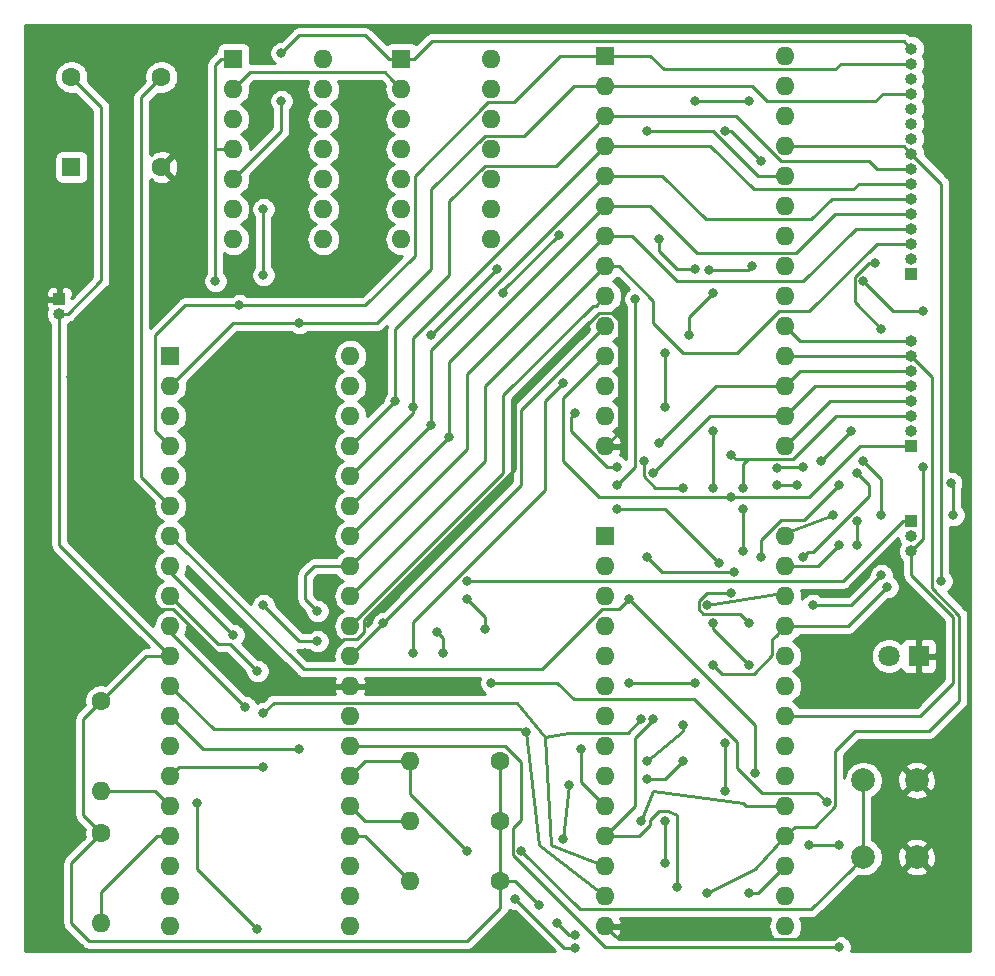
<source format=gbr>
G04 #@! TF.GenerationSoftware,KiCad,Pcbnew,5.1.4*
G04 #@! TF.CreationDate,2019-08-26T14:36:03+01:00*
G04 #@! TF.ProjectId,z802,7a383032-2e6b-4696-9361-645f70636258,rev?*
G04 #@! TF.SameCoordinates,Original*
G04 #@! TF.FileFunction,Copper,L1,Top*
G04 #@! TF.FilePolarity,Positive*
%FSLAX46Y46*%
G04 Gerber Fmt 4.6, Leading zero omitted, Abs format (unit mm)*
G04 Created by KiCad (PCBNEW 5.1.4) date 2019-08-26 14:36:03*
%MOMM*%
%LPD*%
G04 APERTURE LIST*
%ADD10R,1.600000X1.600000*%
%ADD11O,1.600000X1.600000*%
%ADD12R,1.800000X1.800000*%
%ADD13C,1.800000*%
%ADD14R,1.000000X1.000000*%
%ADD15O,1.000000X1.000000*%
%ADD16C,1.600000*%
%ADD17C,2.000000*%
%ADD18C,0.800000*%
%ADD19C,0.250000*%
%ADD20C,0.254000*%
G04 APERTURE END LIST*
D10*
X119380000Y-54610000D03*
D11*
X134620000Y-87630000D03*
X119380000Y-57150000D03*
X134620000Y-85090000D03*
X119380000Y-59690000D03*
X134620000Y-82550000D03*
X119380000Y-62230000D03*
X134620000Y-80010000D03*
X119380000Y-64770000D03*
X134620000Y-77470000D03*
X119380000Y-67310000D03*
X134620000Y-74930000D03*
X119380000Y-69850000D03*
X134620000Y-72390000D03*
X119380000Y-72390000D03*
X134620000Y-69850000D03*
X119380000Y-74930000D03*
X134620000Y-67310000D03*
X119380000Y-77470000D03*
X134620000Y-64770000D03*
X119380000Y-80010000D03*
X134620000Y-62230000D03*
X119380000Y-82550000D03*
X134620000Y-59690000D03*
X119380000Y-85090000D03*
X134620000Y-57150000D03*
X119380000Y-87630000D03*
X134620000Y-54610000D03*
X134620000Y-95250000D03*
X119380000Y-128270000D03*
X134620000Y-97790000D03*
X119380000Y-125730000D03*
X134620000Y-100330000D03*
X119380000Y-123190000D03*
X134620000Y-102870000D03*
X119380000Y-120650000D03*
X134620000Y-105410000D03*
X119380000Y-118110000D03*
X134620000Y-107950000D03*
X119380000Y-115570000D03*
X134620000Y-110490000D03*
X119380000Y-113030000D03*
X134620000Y-113030000D03*
X119380000Y-110490000D03*
X134620000Y-115570000D03*
X119380000Y-107950000D03*
X134620000Y-118110000D03*
X119380000Y-105410000D03*
X134620000Y-120650000D03*
X119380000Y-102870000D03*
X134620000Y-123190000D03*
X119380000Y-100330000D03*
X134620000Y-125730000D03*
X119380000Y-97790000D03*
X134620000Y-128270000D03*
D10*
X119380000Y-95250000D03*
D12*
X145923000Y-105410000D03*
D13*
X143383000Y-105410000D03*
D14*
X145288000Y-73025000D03*
D15*
X145288000Y-71755000D03*
X145288000Y-70485000D03*
X145288000Y-69215000D03*
X145288000Y-67945000D03*
X145288000Y-66675000D03*
X145288000Y-65405000D03*
X145288000Y-64135000D03*
X145288000Y-62865000D03*
X145288000Y-61595000D03*
X145288000Y-60325000D03*
X145288000Y-59055000D03*
X145288000Y-57785000D03*
X145288000Y-56515000D03*
X145288000Y-55245000D03*
X145288000Y-53975000D03*
D14*
X145288000Y-87630000D03*
D15*
X145288000Y-86360000D03*
X145288000Y-85090000D03*
X145288000Y-83820000D03*
X145288000Y-82550000D03*
X145288000Y-81280000D03*
X145288000Y-80010000D03*
X145288000Y-78740000D03*
D14*
X145288000Y-93980000D03*
D15*
X145288000Y-95250000D03*
X145288000Y-96520000D03*
D16*
X110490000Y-119380000D03*
D11*
X102870000Y-119380000D03*
X76708000Y-116840000D03*
D16*
X76708000Y-109220000D03*
X76708000Y-120396000D03*
D11*
X76708000Y-128016000D03*
X102870000Y-124460000D03*
D16*
X110490000Y-124460000D03*
X110490000Y-114300000D03*
D11*
X102870000Y-114300000D03*
D17*
X145724000Y-122428000D03*
X141224000Y-122428000D03*
X145724000Y-115928000D03*
X141224000Y-115928000D03*
D10*
X82550000Y-80010000D03*
D11*
X97790000Y-128270000D03*
X82550000Y-82550000D03*
X97790000Y-125730000D03*
X82550000Y-85090000D03*
X97790000Y-123190000D03*
X82550000Y-87630000D03*
X97790000Y-120650000D03*
X82550000Y-90170000D03*
X97790000Y-118110000D03*
X82550000Y-92710000D03*
X97790000Y-115570000D03*
X82550000Y-95250000D03*
X97790000Y-113030000D03*
X82550000Y-97790000D03*
X97790000Y-110490000D03*
X82550000Y-100330000D03*
X97790000Y-107950000D03*
X82550000Y-102870000D03*
X97790000Y-105410000D03*
X82550000Y-105410000D03*
X97790000Y-102870000D03*
X82550000Y-107950000D03*
X97790000Y-100330000D03*
X82550000Y-110490000D03*
X97790000Y-97790000D03*
X82550000Y-113030000D03*
X97790000Y-95250000D03*
X82550000Y-115570000D03*
X97790000Y-92710000D03*
X82550000Y-118110000D03*
X97790000Y-90170000D03*
X82550000Y-120650000D03*
X97790000Y-87630000D03*
X82550000Y-123190000D03*
X97790000Y-85090000D03*
X82550000Y-125730000D03*
X97790000Y-82550000D03*
X82550000Y-128270000D03*
X97790000Y-80010000D03*
D10*
X87884000Y-54864000D03*
D11*
X95504000Y-70104000D03*
X87884000Y-57404000D03*
X95504000Y-67564000D03*
X87884000Y-59944000D03*
X95504000Y-65024000D03*
X87884000Y-62484000D03*
X95504000Y-62484000D03*
X87884000Y-65024000D03*
X95504000Y-59944000D03*
X87884000Y-67564000D03*
X95504000Y-57404000D03*
X87884000Y-70104000D03*
X95504000Y-54864000D03*
X109728000Y-54864000D03*
X102108000Y-70104000D03*
X109728000Y-57404000D03*
X102108000Y-67564000D03*
X109728000Y-59944000D03*
X102108000Y-65024000D03*
X109728000Y-62484000D03*
X102108000Y-62484000D03*
X109728000Y-65024000D03*
X102108000Y-59944000D03*
X109728000Y-67564000D03*
X102108000Y-57404000D03*
X109728000Y-70104000D03*
D10*
X102108000Y-54864000D03*
X74168000Y-64008000D03*
D16*
X74168000Y-56388000D03*
X81788000Y-56388000D03*
X81788000Y-64008000D03*
D14*
X73152000Y-75184000D03*
D15*
X73152000Y-76454000D03*
D18*
X74168000Y-81788000D03*
X93980000Y-105156000D03*
X91440000Y-105664000D03*
X93726000Y-107950000D03*
X139192000Y-130048000D03*
X107696000Y-99060000D03*
X139192000Y-96012000D03*
X129540000Y-112776000D03*
X129540000Y-116840000D03*
X116840000Y-130120001D03*
X111755347Y-125979347D03*
X141224000Y-73660000D03*
X146304000Y-76200000D03*
X146304000Y-89408000D03*
X125984000Y-114300000D03*
X122936000Y-115824000D03*
X115824000Y-120904000D03*
X116332000Y-116332000D03*
X84836000Y-117856000D03*
X89916000Y-128524000D03*
X125476000Y-124968000D03*
X123444000Y-110744000D03*
X130048000Y-91948000D03*
X90424000Y-110236000D03*
X90424000Y-114808000D03*
X128524000Y-86360000D03*
X128524000Y-91149000D03*
X122428000Y-110744000D03*
X130048000Y-88392000D03*
X125984000Y-111252000D03*
X131064000Y-96520000D03*
X131064000Y-92964000D03*
X131064000Y-91223000D03*
X122936000Y-114300000D03*
X112696584Y-111839416D03*
X138118009Y-117798009D03*
X109728000Y-107696000D03*
X94996000Y-104140000D03*
X90424000Y-101092000D03*
X87884000Y-103632000D03*
X121412000Y-100584000D03*
X123444000Y-89916000D03*
X132080000Y-115316000D03*
X115824000Y-82296000D03*
X103124000Y-105156000D03*
X89916000Y-106680000D03*
X131572000Y-125476000D03*
X131572000Y-106172000D03*
X128524000Y-102616000D03*
X132588000Y-97028000D03*
X139192000Y-90932000D03*
X135636000Y-90932000D03*
X133895000Y-90932000D03*
X123956653Y-87371347D03*
X128016000Y-125476000D03*
X116844653Y-129036653D03*
X115316000Y-128016000D03*
X88900000Y-109728000D03*
X93472000Y-113284000D03*
X122428000Y-119380000D03*
X140716000Y-93980000D03*
X140716000Y-96012000D03*
X139192000Y-121412000D03*
X136652000Y-121412000D03*
X117348000Y-113284000D03*
X100584000Y-102616000D03*
X105664000Y-105156000D03*
X105156000Y-103341000D03*
X109220000Y-103124000D03*
X107696000Y-100584000D03*
X94996000Y-101600000D03*
X106172000Y-86868000D03*
X104648000Y-85852000D03*
X103124000Y-84328000D03*
X101600000Y-83820000D03*
X143256000Y-99568000D03*
X147828000Y-99060000D03*
X121412000Y-107696000D03*
X127000000Y-107696000D03*
X128524000Y-106172000D03*
X122936000Y-60960000D03*
X115447653Y-69727653D03*
X110744000Y-74676000D03*
X116840000Y-84836000D03*
X120396000Y-89408000D03*
X122645000Y-88900000D03*
X125984000Y-91149000D03*
X122936000Y-97028000D03*
X130265001Y-98261001D03*
X131572000Y-102616000D03*
X130041239Y-100033740D03*
X132588000Y-63500000D03*
X129540000Y-60960000D03*
X110236000Y-72644000D03*
X104648000Y-78232000D03*
X136943000Y-101092000D03*
X142748000Y-98552000D03*
X148844000Y-93472000D03*
X148649241Y-90776028D03*
X142748000Y-93472000D03*
X141224000Y-88900000D03*
X136144000Y-89408000D03*
X133895000Y-89480001D03*
X124460000Y-84328000D03*
X124460000Y-79756000D03*
X126492000Y-78232000D03*
X128524000Y-74676000D03*
X128188795Y-72756864D03*
X131826000Y-72390000D03*
X136144000Y-97028000D03*
X140716000Y-89916000D03*
X137668000Y-88900000D03*
X140208000Y-86360000D03*
X142748000Y-77724000D03*
X142240000Y-72136000D03*
X93472000Y-77216000D03*
X131572000Y-58420000D03*
X127000000Y-58420000D03*
X123952000Y-70104000D03*
X121920000Y-75184000D03*
X120396000Y-90932000D03*
X120396000Y-92964000D03*
X129032000Y-97536000D03*
X127000000Y-72644000D03*
X128016000Y-101092000D03*
X88392000Y-75692000D03*
X91948000Y-54356000D03*
X91948000Y-58420000D03*
X124460000Y-119380000D03*
X124460000Y-122936000D03*
X113792000Y-126492000D03*
X138684000Y-93472000D03*
X107696000Y-121920000D03*
X112268000Y-121920000D03*
X86360000Y-73660000D03*
X90424000Y-67564000D03*
X90424000Y-73152000D03*
D19*
X120179999Y-129069999D02*
X119380000Y-128270000D01*
X120505001Y-129395001D02*
X120179999Y-129069999D01*
X138756999Y-129395001D02*
X120505001Y-129395001D01*
X145724000Y-122428000D02*
X138756999Y-129395001D01*
X82800003Y-101455001D02*
X81643001Y-101455001D01*
X89295002Y-107950000D02*
X82800003Y-101455001D01*
X81643001Y-101455001D02*
X74168000Y-93980000D01*
X74168000Y-93980000D02*
X74168000Y-81788000D01*
X118839999Y-76344999D02*
X111760000Y-83424998D01*
X119380000Y-87630000D02*
X120505001Y-86504999D01*
X119920001Y-76344999D02*
X118839999Y-76344999D01*
X120505001Y-76929999D02*
X119920001Y-76344999D01*
X120505001Y-86504999D02*
X120505001Y-76929999D01*
X96089000Y-105156000D02*
X93980000Y-105156000D01*
X97249999Y-103995001D02*
X96089000Y-105156000D01*
X111760000Y-89536410D02*
X98915001Y-102381409D01*
X111760000Y-83424998D02*
X111760000Y-89536410D01*
X98915001Y-103410001D02*
X98330001Y-103995001D01*
X98915001Y-102381409D02*
X98915001Y-103410001D01*
X98330001Y-103995001D02*
X97249999Y-103995001D01*
X91440000Y-105664000D02*
X93726000Y-107950000D01*
X97790000Y-107950000D02*
X93726000Y-107950000D01*
X93726000Y-107950000D02*
X89295002Y-107950000D01*
X111542999Y-119992003D02*
X112268000Y-119267002D01*
X111542999Y-122268001D02*
X111542999Y-119992003D01*
X139192000Y-130048000D02*
X119322998Y-130048000D01*
X119322998Y-130048000D02*
X111542999Y-122268001D01*
X110885002Y-113030000D02*
X98921370Y-113030000D01*
X98921370Y-113030000D02*
X97790000Y-113030000D01*
X112268000Y-114412998D02*
X110885002Y-113030000D01*
X112268000Y-119267002D02*
X112268000Y-114412998D01*
X144538000Y-93980000D02*
X139458000Y-99060000D01*
X145288000Y-93980000D02*
X144538000Y-93980000D01*
X139458000Y-99060000D02*
X128524000Y-99060000D01*
X128524000Y-99060000D02*
X125476000Y-99060000D01*
X125476000Y-99060000D02*
X107696000Y-99060000D01*
X137414000Y-97790000D02*
X134620000Y-97790000D01*
X139192000Y-96012000D02*
X137414000Y-97790000D01*
X129540000Y-112776000D02*
X129540000Y-116840000D01*
X116840000Y-130120001D02*
X115896001Y-130120001D01*
X115896001Y-130120001D02*
X111755347Y-125979347D01*
X145288000Y-96520000D02*
X145288000Y-98552000D01*
X145288000Y-98552000D02*
X148844000Y-102108000D01*
X148844000Y-102108000D02*
X148844000Y-107696000D01*
X146050000Y-110490000D02*
X134620000Y-110490000D01*
X148844000Y-107696000D02*
X146050000Y-110490000D01*
X141224000Y-73660000D02*
X143764000Y-76200000D01*
X143764000Y-76200000D02*
X146304000Y-76200000D01*
X146304000Y-95504000D02*
X145288000Y-96520000D01*
X146304000Y-89408000D02*
X146304000Y-95504000D01*
X125984000Y-114300000D02*
X124460000Y-115824000D01*
X124460000Y-115824000D02*
X122936000Y-115824000D01*
X116332000Y-116332000D02*
X115824000Y-120904000D01*
X140912998Y-87630000D02*
X144538000Y-87630000D01*
X119380000Y-80010000D02*
X115824000Y-83566000D01*
X144538000Y-87630000D02*
X145288000Y-87630000D01*
X115824000Y-83566000D02*
X115824000Y-88900000D01*
X115824000Y-88900000D02*
X118872000Y-91948000D01*
X136594998Y-91948000D02*
X140912998Y-87630000D01*
X84836000Y-117856000D02*
X84836000Y-123444000D01*
X84836000Y-123444000D02*
X89916000Y-128524000D01*
X119380000Y-120650000D02*
X121920000Y-118110000D01*
X123444000Y-110801002D02*
X123444000Y-110744000D01*
X121920000Y-118110000D02*
X121920000Y-112325002D01*
X121920000Y-112325002D02*
X123444000Y-110801002D01*
X130048000Y-91948000D02*
X136594998Y-91948000D01*
X118872000Y-91948000D02*
X130048000Y-91948000D01*
X122231002Y-120650000D02*
X120511370Y-120650000D01*
X120511370Y-120650000D02*
X119380000Y-120650000D01*
X123153001Y-119728001D02*
X122231002Y-120650000D01*
X125476000Y-118872000D02*
X124713012Y-118560010D01*
X123153001Y-119291409D02*
X123153001Y-119728001D01*
X125476000Y-124968000D02*
X125476000Y-118872000D01*
X124713012Y-118560010D02*
X123884400Y-118560010D01*
X123884400Y-118560010D02*
X123153001Y-119291409D01*
X83312000Y-114808000D02*
X82550000Y-115570000D01*
X90424000Y-114808000D02*
X83312000Y-114808000D01*
X128524000Y-86360000D02*
X128524000Y-91149000D01*
X91295001Y-109364999D02*
X90424000Y-110236000D01*
X114300000Y-112268000D02*
X111904999Y-109364999D01*
X111904999Y-109364999D02*
X91295001Y-109364999D01*
X121267001Y-111904999D02*
X122428000Y-110744000D01*
X116187001Y-111904999D02*
X121267001Y-111904999D01*
X114300000Y-112268000D02*
X116187001Y-111904999D01*
X119380000Y-123190000D02*
X114808000Y-121412000D01*
X114808000Y-121412000D02*
X114300000Y-112268000D01*
X145288000Y-85090000D02*
X138938000Y-85090000D01*
X135272999Y-88755001D02*
X133459001Y-88755001D01*
X138938000Y-85090000D02*
X135272999Y-88755001D01*
X130411001Y-88755001D02*
X130048000Y-88392000D01*
X131064000Y-96520000D02*
X131064000Y-92964000D01*
X131064000Y-89118002D02*
X131427001Y-88755001D01*
X133459001Y-88755001D02*
X131427001Y-88755001D01*
X131064000Y-91223000D02*
X131064000Y-89118002D01*
X131427001Y-88755001D02*
X130411001Y-88755001D01*
X122936000Y-114300000D02*
X125984000Y-111760000D01*
X125984000Y-111760000D02*
X125984000Y-111252000D01*
X83349999Y-108749999D02*
X82550000Y-107950000D01*
X86215001Y-111615001D02*
X83349999Y-108749999D01*
X112696584Y-111839416D02*
X112123001Y-111615001D01*
X112123001Y-111615001D02*
X86215001Y-111615001D01*
X113792000Y-121412000D02*
X119380000Y-125730000D01*
X112696584Y-111839416D02*
X113792000Y-121412000D01*
X138430000Y-83820000D02*
X134620000Y-87630000D01*
X145288000Y-83820000D02*
X138430000Y-83820000D01*
X132675997Y-116984999D02*
X130556000Y-114865002D01*
X138118009Y-117798009D02*
X137304999Y-116984999D01*
X137304999Y-116984999D02*
X132675997Y-116984999D01*
X126912003Y-109075001D02*
X116695001Y-109075001D01*
X130556000Y-114865002D02*
X130556000Y-112718998D01*
X130556000Y-112718998D02*
X126912003Y-109075001D01*
X116695001Y-109075001D02*
X115316000Y-107696000D01*
X115316000Y-107696000D02*
X109728000Y-107696000D01*
X94996000Y-104140000D02*
X93472000Y-104140000D01*
X93472000Y-104140000D02*
X90424000Y-101092000D01*
X82550000Y-98298000D02*
X82550000Y-97790000D01*
X87884000Y-103632000D02*
X82550000Y-98298000D01*
X137160000Y-82550000D02*
X134620000Y-85090000D01*
X145288000Y-82550000D02*
X137160000Y-82550000D01*
X128270000Y-85090000D02*
X134620000Y-85090000D01*
X123444000Y-89916000D02*
X128270000Y-85090000D01*
X132080000Y-111252000D02*
X121412000Y-100584000D01*
X132080000Y-115316000D02*
X132080000Y-111252000D01*
X120540999Y-101455001D02*
X121412000Y-100584000D01*
X119129997Y-101455001D02*
X120540999Y-101455001D01*
X114049997Y-106535001D02*
X119129997Y-101455001D01*
X82550000Y-95250000D02*
X93835001Y-106535001D01*
X93835001Y-106535001D02*
X114049997Y-106535001D01*
X135890000Y-81280000D02*
X134620000Y-82550000D01*
X145288000Y-81280000D02*
X135890000Y-81280000D01*
X115824000Y-82296000D02*
X114300000Y-83820000D01*
X114300000Y-91382998D02*
X103124000Y-102558998D01*
X114300000Y-83820000D02*
X114300000Y-91382998D01*
X103124000Y-102558998D02*
X103124000Y-105156000D01*
X83349999Y-101129999D02*
X82550000Y-100330000D01*
X87593001Y-104357001D02*
X86577001Y-104357001D01*
X86577001Y-104357001D02*
X83349999Y-101129999D01*
X89916000Y-106680000D02*
X87593001Y-104357001D01*
X134620000Y-123190000D02*
X132334000Y-125476000D01*
X132334000Y-125476000D02*
X131572000Y-125476000D01*
X131572000Y-106172000D02*
X128524000Y-103124000D01*
X128524000Y-103124000D02*
X128524000Y-102616000D01*
X136201776Y-93922224D02*
X139192000Y-90932000D01*
X132588000Y-97028000D02*
X132588000Y-95616998D01*
X134282774Y-93922224D02*
X136201776Y-93922224D01*
X132588000Y-95616998D02*
X134282774Y-93922224D01*
X135636000Y-90932000D02*
X134112000Y-90932000D01*
X134112000Y-90932000D02*
X133895000Y-90932000D01*
X128778000Y-82550000D02*
X134620000Y-82550000D01*
X123956653Y-87371347D02*
X128778000Y-82550000D01*
X145288000Y-80010000D02*
X134620000Y-80010000D01*
X138843010Y-118146010D02*
X138843010Y-113443010D01*
X137139019Y-119850001D02*
X138843010Y-118146010D01*
X134620000Y-120650000D02*
X135419999Y-119850001D01*
X135419999Y-119850001D02*
X137139019Y-119850001D01*
X138843010Y-113443010D02*
X140526020Y-111760000D01*
X147029001Y-99656591D02*
X149352000Y-101979590D01*
X145288000Y-80010000D02*
X147029001Y-81751001D01*
X147029001Y-81751001D02*
X147029001Y-99656591D01*
X149352000Y-101979590D02*
X149352000Y-109220000D01*
X146812000Y-111760000D02*
X140526020Y-111760000D01*
X149352000Y-109220000D02*
X146812000Y-111760000D01*
X116844653Y-129036653D02*
X116336653Y-129036653D01*
X116336653Y-129036653D02*
X115316000Y-128016000D01*
X82550000Y-103378000D02*
X82550000Y-102870000D01*
X88900000Y-109728000D02*
X82550000Y-103378000D01*
X132080000Y-123444000D02*
X128016000Y-125476000D01*
X134620000Y-120650000D02*
X132080000Y-123444000D01*
X135890000Y-78740000D02*
X134620000Y-77470000D01*
X145288000Y-78740000D02*
X135890000Y-78740000D01*
X82550000Y-110490000D02*
X85344000Y-113284000D01*
X85344000Y-113284000D02*
X93472000Y-113284000D01*
X140716000Y-93980000D02*
X140716000Y-96012000D01*
X139192000Y-121412000D02*
X136652000Y-121412000D01*
X131318000Y-118110000D02*
X134620000Y-118110000D01*
X131064000Y-117856000D02*
X131318000Y-118110000D01*
X122428000Y-119380000D02*
X123444000Y-116840000D01*
X123444000Y-116840000D02*
X131064000Y-117856000D01*
X119380000Y-77470000D02*
X112268000Y-84582000D01*
X112268000Y-84582000D02*
X112268000Y-90932000D01*
X100584000Y-102616000D02*
X97790000Y-105410000D01*
X112268000Y-90932000D02*
X100584000Y-102616000D01*
X119380000Y-118110000D02*
X117348000Y-116078000D01*
X117348000Y-116078000D02*
X117348000Y-113284000D01*
X118580001Y-75729999D02*
X118326001Y-75729999D01*
X119380000Y-74930000D02*
X118580001Y-75729999D01*
X118326001Y-75729999D02*
X110744000Y-83312000D01*
X110744000Y-89916000D02*
X97790000Y-102870000D01*
X110744000Y-83312000D02*
X110744000Y-89916000D01*
X105664000Y-105156000D02*
X105664000Y-103849000D01*
X105664000Y-103849000D02*
X105156000Y-103341000D01*
X119380000Y-72390000D02*
X109220000Y-82550000D01*
X109220000Y-88900000D02*
X97790000Y-100330000D01*
X109220000Y-82550000D02*
X109220000Y-88900000D01*
X109220000Y-103124000D02*
X109220000Y-102108000D01*
X109220000Y-102108000D02*
X107696000Y-100584000D01*
X145288000Y-70485000D02*
X142367000Y-70485000D01*
X142367000Y-70485000D02*
X136652000Y-76200000D01*
X136652000Y-76200000D02*
X134112000Y-76200000D01*
X134112000Y-76200000D02*
X130556000Y-79756000D01*
X130556000Y-79756000D02*
X125984000Y-79756000D01*
X125984000Y-79756000D02*
X123444000Y-77216000D01*
X120511370Y-72390000D02*
X119380000Y-72390000D01*
X123444000Y-75322630D02*
X120511370Y-72390000D01*
X123444000Y-77216000D02*
X123444000Y-75322630D01*
X97790000Y-97790000D02*
X107696000Y-87884000D01*
X107696000Y-81534000D02*
X119380000Y-69850000D01*
X107696000Y-87884000D02*
X107696000Y-81534000D01*
X145288000Y-69215000D02*
X140589000Y-69215000D01*
X140589000Y-69215000D02*
X136144000Y-73660000D01*
X136144000Y-73660000D02*
X125476000Y-73660000D01*
X121666000Y-69850000D02*
X119380000Y-69850000D01*
X125476000Y-73660000D02*
X121666000Y-69850000D01*
X94996000Y-101600000D02*
X93980000Y-100584000D01*
X93980000Y-100584000D02*
X93980000Y-98552000D01*
X94742000Y-97790000D02*
X97790000Y-97790000D01*
X93980000Y-98552000D02*
X94742000Y-97790000D01*
X106172000Y-80518000D02*
X119380000Y-67310000D01*
X97790000Y-95250000D02*
X106172000Y-86868000D01*
X106172000Y-86868000D02*
X106172000Y-80518000D01*
X123190000Y-67310000D02*
X119380000Y-67310000D01*
X127144999Y-71264999D02*
X123190000Y-67310000D01*
X135491001Y-71264999D02*
X127144999Y-71264999D01*
X145288000Y-67945000D02*
X138811000Y-67945000D01*
X138811000Y-67945000D02*
X135491001Y-71264999D01*
X104648000Y-79502000D02*
X119380000Y-64770000D01*
X97790000Y-92710000D02*
X104648000Y-85852000D01*
X127871001Y-68435001D02*
X124206000Y-64770000D01*
X124206000Y-64770000D02*
X119380000Y-64770000D01*
X136796999Y-68435001D02*
X127871001Y-68435001D01*
X145288000Y-66675000D02*
X138557000Y-66675000D01*
X138557000Y-66675000D02*
X136796999Y-68435001D01*
X104648000Y-85852000D02*
X104648000Y-79502000D01*
X103124000Y-78486000D02*
X119380000Y-62230000D01*
X97790000Y-90170000D02*
X103124000Y-84836000D01*
X119380000Y-62230000D02*
X128270000Y-62230000D01*
X131935001Y-65895001D02*
X140352999Y-65895001D01*
X128270000Y-62230000D02*
X131935001Y-65895001D01*
X140843000Y-65405000D02*
X145288000Y-65405000D01*
X140352999Y-65895001D02*
X140843000Y-65405000D01*
X103124000Y-84836000D02*
X103124000Y-84328000D01*
X103124000Y-84328000D02*
X103124000Y-78486000D01*
X97790000Y-87630000D02*
X101600000Y-83820000D01*
X101600000Y-83820000D02*
X101600000Y-77724000D01*
X101600000Y-77724000D02*
X106172000Y-73152000D01*
X118580001Y-60489999D02*
X119380000Y-59690000D01*
X115171001Y-63898999D02*
X118580001Y-60489999D01*
X109187999Y-63898999D02*
X115171001Y-63898999D01*
X106172000Y-66914998D02*
X109187999Y-63898999D01*
X106172000Y-73152000D02*
X106172000Y-66914998D01*
X130414998Y-59690000D02*
X134224998Y-63500000D01*
X119380000Y-59690000D02*
X130414998Y-59690000D01*
X134224998Y-63500000D02*
X141732000Y-63500000D01*
X142367000Y-64135000D02*
X145288000Y-64135000D01*
X141732000Y-63500000D02*
X142367000Y-64135000D01*
X144653000Y-62230000D02*
X134620000Y-62230000D01*
X145288000Y-62865000D02*
X144653000Y-62230000D01*
X134620000Y-102870000D02*
X139954000Y-102870000D01*
X139954000Y-102870000D02*
X143256000Y-99568000D01*
X147828000Y-65405000D02*
X145288000Y-62865000D01*
X147828000Y-99060000D02*
X147828000Y-65405000D01*
X121412000Y-107696000D02*
X127000000Y-107696000D01*
X133494999Y-103995001D02*
X133820001Y-103669999D01*
X133494999Y-105322003D02*
X133494999Y-103995001D01*
X133820001Y-103669999D02*
X134620000Y-102870000D01*
X131920001Y-106897001D02*
X133494999Y-105322003D01*
X129249001Y-106897001D02*
X131920001Y-106897001D01*
X128524000Y-106172000D02*
X129249001Y-106897001D01*
X132276998Y-64770000D02*
X128466998Y-60960000D01*
X134620000Y-64770000D02*
X132276998Y-64770000D01*
X128466998Y-60960000D02*
X122936000Y-60960000D01*
X115447653Y-69727653D02*
X110744000Y-74431306D01*
X110744000Y-74431306D02*
X110744000Y-74676000D01*
X119492998Y-89408000D02*
X120396000Y-89408000D01*
X116840000Y-84836000D02*
X116440001Y-85235999D01*
X116440001Y-86355003D02*
X119492998Y-89408000D01*
X116440001Y-85235999D02*
X116440001Y-86355003D01*
X123603998Y-91149000D02*
X125984000Y-91149000D01*
X122645000Y-88900000D02*
X122645000Y-90190002D01*
X122645000Y-90190002D02*
X123603998Y-91149000D01*
X124169001Y-98261001D02*
X130265001Y-98261001D01*
X122936000Y-97028000D02*
X124169001Y-98261001D01*
X128001258Y-100033740D02*
X130041239Y-100033740D01*
X130773001Y-101817001D02*
X127667999Y-101817001D01*
X131572000Y-102616000D02*
X130773001Y-101817001D01*
X127667999Y-101817001D02*
X127290999Y-101440001D01*
X127290999Y-101440001D02*
X127290999Y-100743999D01*
X127290999Y-100743999D02*
X128001258Y-100033740D01*
X132588000Y-63500000D02*
X130048000Y-60960000D01*
X130048000Y-60960000D02*
X129540000Y-60960000D01*
X110236000Y-72644000D02*
X104648000Y-78232000D01*
X136943000Y-101092000D02*
X140208000Y-101092000D01*
X140208000Y-101092000D02*
X142748000Y-98552000D01*
X148844000Y-93472000D02*
X148844000Y-90970787D01*
X148844000Y-90970787D02*
X148649241Y-90776028D01*
X142748000Y-93472000D02*
X142748000Y-90424000D01*
X142748000Y-90424000D02*
X141224000Y-88900000D01*
X136144000Y-89408000D02*
X133967001Y-89408000D01*
X133967001Y-89408000D02*
X133895000Y-89480001D01*
X124460000Y-84328000D02*
X124460000Y-79756000D01*
X126492000Y-78232000D02*
X126492000Y-76708000D01*
X126492000Y-76708000D02*
X128524000Y-74676000D01*
X131459136Y-72756864D02*
X131826000Y-72390000D01*
X128188795Y-72756864D02*
X131459136Y-72756864D01*
X136994997Y-96628001D02*
X141732000Y-91890998D01*
X136144000Y-97028000D02*
X136543999Y-96628001D01*
X136543999Y-96628001D02*
X136994997Y-96628001D01*
X141732000Y-91890998D02*
X141732000Y-90932000D01*
X141732000Y-90932000D02*
X140716000Y-89916000D01*
X137668000Y-88900000D02*
X140208000Y-86360000D01*
X141674998Y-72136000D02*
X142240000Y-72136000D01*
X140498999Y-73311999D02*
X141674998Y-72136000D01*
X142748000Y-77724000D02*
X140498999Y-75474999D01*
X140498999Y-75474999D02*
X140498999Y-73311999D01*
X87884000Y-77216000D02*
X82550000Y-82550000D01*
X104648000Y-72644000D02*
X100076000Y-77216000D01*
X116727002Y-57150000D02*
X112518003Y-61358999D01*
X119380000Y-57150000D02*
X116727002Y-57150000D01*
X104648000Y-65898998D02*
X104648000Y-72644000D01*
X112518003Y-61358999D02*
X109187999Y-61358999D01*
X109187999Y-61358999D02*
X104648000Y-65898998D01*
X142875000Y-57785000D02*
X145288000Y-57785000D01*
X133096000Y-58420000D02*
X142240000Y-58420000D01*
X119380000Y-57150000D02*
X131826000Y-57150000D01*
X142240000Y-58420000D02*
X142875000Y-57785000D01*
X131826000Y-57150000D02*
X133096000Y-58420000D01*
X93472000Y-77216000D02*
X87884000Y-77216000D01*
X100076000Y-77216000D02*
X93472000Y-77216000D01*
X131572000Y-58420000D02*
X127000000Y-58420000D01*
X123952000Y-70104000D02*
X123952000Y-71110694D01*
X121920000Y-75184000D02*
X121920000Y-79756000D01*
X121920000Y-79756000D02*
X121920000Y-89408000D01*
X121920000Y-89408000D02*
X120396000Y-90932000D01*
X120396000Y-92964000D02*
X124460000Y-92964000D01*
X124460000Y-92964000D02*
X129032000Y-97536000D01*
X123952000Y-71110694D02*
X123952000Y-71120000D01*
X123952000Y-71120000D02*
X125476000Y-72644000D01*
X125476000Y-72644000D02*
X127000000Y-72644000D01*
X134366000Y-100076000D02*
X134620000Y-100330000D01*
X128016000Y-101092000D02*
X134366000Y-100076000D01*
X81280000Y-86360000D02*
X81750001Y-86830001D01*
X81280000Y-78232000D02*
X81280000Y-86360000D01*
X81750001Y-86830001D02*
X82550000Y-87630000D01*
X119380000Y-54610000D02*
X115570000Y-54610000D01*
X103233001Y-71518999D02*
X99060000Y-75692000D01*
X115570000Y-54610000D02*
X111650999Y-58529001D01*
X111650999Y-58529001D02*
X109477997Y-58529001D01*
X83820000Y-75692000D02*
X81280000Y-78232000D01*
X109477997Y-58529001D02*
X103233001Y-64773997D01*
X103233001Y-64773997D02*
X103233001Y-71518999D01*
X145288000Y-55245000D02*
X139319000Y-55245000D01*
X138828999Y-55735001D02*
X124315001Y-55735001D01*
X139319000Y-55245000D02*
X138828999Y-55735001D01*
X123190000Y-54610000D02*
X119380000Y-54610000D01*
X124315001Y-55735001D02*
X123190000Y-54610000D01*
X88392000Y-75692000D02*
X83820000Y-75692000D01*
X99060000Y-75692000D02*
X88392000Y-75692000D01*
X101058000Y-54864000D02*
X99026000Y-52832000D01*
X102108000Y-54864000D02*
X101058000Y-54864000D01*
X99026000Y-52832000D02*
X93472000Y-52832000D01*
X93472000Y-52832000D02*
X91948000Y-54356000D01*
X91948000Y-60960000D02*
X87884000Y-65024000D01*
X91948000Y-58420000D02*
X91948000Y-60960000D01*
X103158000Y-54864000D02*
X104682000Y-53340000D01*
X102108000Y-54864000D02*
X103158000Y-54864000D01*
X144653000Y-53340000D02*
X145288000Y-53975000D01*
X104682000Y-53340000D02*
X144653000Y-53340000D01*
X73152000Y-96012000D02*
X82550000Y-105410000D01*
X73152000Y-76454000D02*
X73152000Y-96012000D01*
X75908001Y-119596001D02*
X76708000Y-120396000D01*
X75184000Y-118872000D02*
X75908001Y-119596001D01*
X75184000Y-110744000D02*
X75184000Y-118872000D01*
X76708000Y-109220000D02*
X75184000Y-110744000D01*
X110490000Y-124460000D02*
X110490000Y-119380000D01*
X110490000Y-119380000D02*
X110490000Y-114300000D01*
X80518000Y-105410000D02*
X76708000Y-109220000D01*
X82550000Y-105410000D02*
X80518000Y-105410000D01*
X74168000Y-128016000D02*
X74168000Y-122936000D01*
X74168000Y-122936000D02*
X76708000Y-120396000D01*
X110490000Y-124460000D02*
X110490000Y-126746000D01*
X110490000Y-126746000D02*
X107696000Y-129540000D01*
X107696000Y-129540000D02*
X75692000Y-129540000D01*
X75692000Y-129540000D02*
X74168000Y-128016000D01*
X124460000Y-119380000D02*
X124460000Y-122936000D01*
X111760000Y-124460000D02*
X110490000Y-124460000D01*
X113792000Y-126492000D02*
X111760000Y-124460000D01*
X76708000Y-73605106D02*
X73859106Y-76454000D01*
X76708000Y-58928000D02*
X76708000Y-73605106D01*
X73859106Y-76454000D02*
X73152000Y-76454000D01*
X74168000Y-56388000D02*
X76708000Y-58928000D01*
X134620000Y-94996000D02*
X134620000Y-95250000D01*
X138684000Y-93472000D02*
X134620000Y-94996000D01*
X99060000Y-119380000D02*
X97790000Y-118110000D01*
X102870000Y-119380000D02*
X99060000Y-119380000D01*
X81280000Y-116840000D02*
X82550000Y-118110000D01*
X76708000Y-116840000D02*
X81280000Y-116840000D01*
X76708000Y-125360630D02*
X76708000Y-126884630D01*
X81418630Y-120650000D02*
X76708000Y-125360630D01*
X76708000Y-126884630D02*
X76708000Y-128016000D01*
X82550000Y-120650000D02*
X81418630Y-120650000D01*
X99060000Y-120650000D02*
X97790000Y-120650000D01*
X102870000Y-124460000D02*
X99060000Y-120650000D01*
X99060000Y-114300000D02*
X97790000Y-115570000D01*
X102870000Y-114300000D02*
X99060000Y-114300000D01*
X102870000Y-114300000D02*
X102870000Y-117094000D01*
X102870000Y-117094000D02*
X107696000Y-121920000D01*
X140224001Y-123427999D02*
X141224000Y-122428000D01*
X136796999Y-126855001D02*
X140224001Y-123427999D01*
X117203001Y-126855001D02*
X136796999Y-126855001D01*
X112268000Y-121920000D02*
X117203001Y-126855001D01*
X141224000Y-117342213D02*
X141224000Y-122428000D01*
X141224000Y-115928000D02*
X141224000Y-117342213D01*
X80074205Y-90234205D02*
X81750001Y-91910001D01*
X80074205Y-58101795D02*
X80074205Y-90234205D01*
X81750001Y-91910001D02*
X82550000Y-92710000D01*
X81788000Y-56388000D02*
X80074205Y-58101795D01*
X87884000Y-54864000D02*
X86834000Y-54864000D01*
X86834000Y-54864000D02*
X86360000Y-55338000D01*
X87884000Y-62484000D02*
X86360000Y-62484000D01*
X86360000Y-55338000D02*
X86360000Y-62484000D01*
X86360000Y-62484000D02*
X86360000Y-73660000D01*
X101308001Y-56604001D02*
X102108000Y-57404000D01*
X100693001Y-55989001D02*
X101308001Y-56604001D01*
X89298999Y-55989001D02*
X100693001Y-55989001D01*
X87884000Y-57404000D02*
X89298999Y-55989001D01*
X90424000Y-67564000D02*
X90424000Y-72136000D01*
X90424000Y-72136000D02*
X90424000Y-73152000D01*
D20*
G36*
X150216001Y-130404000D02*
G01*
X140164816Y-130404000D01*
X140187226Y-130349898D01*
X140227000Y-130149939D01*
X140227000Y-129946061D01*
X140187226Y-129746102D01*
X140109205Y-129557744D01*
X139995937Y-129388226D01*
X139851774Y-129244063D01*
X139682256Y-129130795D01*
X139493898Y-129052774D01*
X139293939Y-129013000D01*
X139090061Y-129013000D01*
X138890102Y-129052774D01*
X138701744Y-129130795D01*
X138532226Y-129244063D01*
X138488289Y-129288000D01*
X135640928Y-129288000D01*
X135818932Y-129071101D01*
X135952182Y-128821808D01*
X136034236Y-128551309D01*
X136061943Y-128270000D01*
X136034236Y-127988691D01*
X135952182Y-127718192D01*
X135897025Y-127615001D01*
X136759677Y-127615001D01*
X136796999Y-127618677D01*
X136834321Y-127615001D01*
X136834332Y-127615001D01*
X136945985Y-127604004D01*
X137089246Y-127560547D01*
X137221275Y-127489975D01*
X137337000Y-127395002D01*
X137360803Y-127365998D01*
X140732625Y-123994177D01*
X140747088Y-124000168D01*
X141062967Y-124063000D01*
X141385033Y-124063000D01*
X141700912Y-124000168D01*
X141998463Y-123876918D01*
X142266252Y-123697987D01*
X142400826Y-123563413D01*
X144768192Y-123563413D01*
X144863956Y-123827814D01*
X145153571Y-123968704D01*
X145465108Y-124050384D01*
X145786595Y-124069718D01*
X146105675Y-124025961D01*
X146410088Y-123920795D01*
X146584044Y-123827814D01*
X146679808Y-123563413D01*
X145724000Y-122607605D01*
X144768192Y-123563413D01*
X142400826Y-123563413D01*
X142493987Y-123470252D01*
X142672918Y-123202463D01*
X142796168Y-122904912D01*
X142859000Y-122589033D01*
X142859000Y-122490595D01*
X144082282Y-122490595D01*
X144126039Y-122809675D01*
X144231205Y-123114088D01*
X144324186Y-123288044D01*
X144588587Y-123383808D01*
X145544395Y-122428000D01*
X145903605Y-122428000D01*
X146859413Y-123383808D01*
X147123814Y-123288044D01*
X147264704Y-122998429D01*
X147346384Y-122686892D01*
X147365718Y-122365405D01*
X147321961Y-122046325D01*
X147216795Y-121741912D01*
X147123814Y-121567956D01*
X146859413Y-121472192D01*
X145903605Y-122428000D01*
X145544395Y-122428000D01*
X144588587Y-121472192D01*
X144324186Y-121567956D01*
X144183296Y-121857571D01*
X144101616Y-122169108D01*
X144082282Y-122490595D01*
X142859000Y-122490595D01*
X142859000Y-122266967D01*
X142796168Y-121951088D01*
X142672918Y-121653537D01*
X142493987Y-121385748D01*
X142400826Y-121292587D01*
X144768192Y-121292587D01*
X145724000Y-122248395D01*
X146679808Y-121292587D01*
X146584044Y-121028186D01*
X146294429Y-120887296D01*
X145982892Y-120805616D01*
X145661405Y-120786282D01*
X145342325Y-120830039D01*
X145037912Y-120935205D01*
X144863956Y-121028186D01*
X144768192Y-121292587D01*
X142400826Y-121292587D01*
X142266252Y-121158013D01*
X141998463Y-120979082D01*
X141984000Y-120973091D01*
X141984000Y-117382909D01*
X141998463Y-117376918D01*
X142266252Y-117197987D01*
X142400826Y-117063413D01*
X144768192Y-117063413D01*
X144863956Y-117327814D01*
X145153571Y-117468704D01*
X145465108Y-117550384D01*
X145786595Y-117569718D01*
X146105675Y-117525961D01*
X146410088Y-117420795D01*
X146584044Y-117327814D01*
X146679808Y-117063413D01*
X145724000Y-116107605D01*
X144768192Y-117063413D01*
X142400826Y-117063413D01*
X142493987Y-116970252D01*
X142672918Y-116702463D01*
X142796168Y-116404912D01*
X142859000Y-116089033D01*
X142859000Y-115990595D01*
X144082282Y-115990595D01*
X144126039Y-116309675D01*
X144231205Y-116614088D01*
X144324186Y-116788044D01*
X144588587Y-116883808D01*
X145544395Y-115928000D01*
X145903605Y-115928000D01*
X146859413Y-116883808D01*
X147123814Y-116788044D01*
X147264704Y-116498429D01*
X147346384Y-116186892D01*
X147365718Y-115865405D01*
X147321961Y-115546325D01*
X147216795Y-115241912D01*
X147123814Y-115067956D01*
X146859413Y-114972192D01*
X145903605Y-115928000D01*
X145544395Y-115928000D01*
X144588587Y-114972192D01*
X144324186Y-115067956D01*
X144183296Y-115357571D01*
X144101616Y-115669108D01*
X144082282Y-115990595D01*
X142859000Y-115990595D01*
X142859000Y-115766967D01*
X142796168Y-115451088D01*
X142672918Y-115153537D01*
X142493987Y-114885748D01*
X142400826Y-114792587D01*
X144768192Y-114792587D01*
X145724000Y-115748395D01*
X146679808Y-114792587D01*
X146584044Y-114528186D01*
X146294429Y-114387296D01*
X145982892Y-114305616D01*
X145661405Y-114286282D01*
X145342325Y-114330039D01*
X145037912Y-114435205D01*
X144863956Y-114528186D01*
X144768192Y-114792587D01*
X142400826Y-114792587D01*
X142266252Y-114658013D01*
X141998463Y-114479082D01*
X141700912Y-114355832D01*
X141385033Y-114293000D01*
X141062967Y-114293000D01*
X140747088Y-114355832D01*
X140449537Y-114479082D01*
X140181748Y-114658013D01*
X139954013Y-114885748D01*
X139775082Y-115153537D01*
X139651832Y-115451088D01*
X139603010Y-115696534D01*
X139603010Y-113757811D01*
X140840822Y-112520000D01*
X146774678Y-112520000D01*
X146812000Y-112523676D01*
X146849322Y-112520000D01*
X146849333Y-112520000D01*
X146960986Y-112509003D01*
X147104247Y-112465546D01*
X147236276Y-112394974D01*
X147352001Y-112300001D01*
X147375804Y-112270997D01*
X149863008Y-109783795D01*
X149892001Y-109760001D01*
X149915795Y-109731008D01*
X149915799Y-109731004D01*
X149986973Y-109644277D01*
X149989901Y-109638800D01*
X150057546Y-109512247D01*
X150101003Y-109368986D01*
X150112000Y-109257333D01*
X150112000Y-109257324D01*
X150115676Y-109220001D01*
X150112000Y-109182678D01*
X150112000Y-102016915D01*
X150115676Y-101979590D01*
X150112000Y-101942265D01*
X150112000Y-101942257D01*
X150101003Y-101830604D01*
X150057546Y-101687343D01*
X149986974Y-101555314D01*
X149892001Y-101439589D01*
X149863004Y-101415792D01*
X148381895Y-99934683D01*
X148487774Y-99863937D01*
X148631937Y-99719774D01*
X148745205Y-99550256D01*
X148823226Y-99361898D01*
X148863000Y-99161939D01*
X148863000Y-98958061D01*
X148823226Y-98758102D01*
X148745205Y-98569744D01*
X148631937Y-98400226D01*
X148588000Y-98356289D01*
X148588000Y-94476356D01*
X148742061Y-94507000D01*
X148945939Y-94507000D01*
X149145898Y-94467226D01*
X149334256Y-94389205D01*
X149503774Y-94275937D01*
X149647937Y-94131774D01*
X149761205Y-93962256D01*
X149839226Y-93773898D01*
X149879000Y-93573939D01*
X149879000Y-93370061D01*
X149839226Y-93170102D01*
X149761205Y-92981744D01*
X149647937Y-92812226D01*
X149604000Y-92768289D01*
X149604000Y-91175621D01*
X149644467Y-91077926D01*
X149684241Y-90877967D01*
X149684241Y-90674089D01*
X149644467Y-90474130D01*
X149566446Y-90285772D01*
X149453178Y-90116254D01*
X149309015Y-89972091D01*
X149139497Y-89858823D01*
X148951139Y-89780802D01*
X148751180Y-89741028D01*
X148588000Y-89741028D01*
X148588000Y-65442322D01*
X148591676Y-65404999D01*
X148588000Y-65367676D01*
X148588000Y-65367667D01*
X148577003Y-65256014D01*
X148533546Y-65112753D01*
X148462974Y-64980724D01*
X148423383Y-64932482D01*
X148391799Y-64893996D01*
X148391795Y-64893992D01*
X148368001Y-64864999D01*
X148339008Y-64841205D01*
X146422601Y-62924800D01*
X146428491Y-62865000D01*
X146406577Y-62642501D01*
X146341676Y-62428553D01*
X146236284Y-62231377D01*
X146235154Y-62230000D01*
X146236284Y-62228623D01*
X146341676Y-62031447D01*
X146406577Y-61817499D01*
X146428491Y-61595000D01*
X146406577Y-61372501D01*
X146341676Y-61158553D01*
X146236284Y-60961377D01*
X146235154Y-60960000D01*
X146236284Y-60958623D01*
X146341676Y-60761447D01*
X146406577Y-60547499D01*
X146428491Y-60325000D01*
X146406577Y-60102501D01*
X146341676Y-59888553D01*
X146236284Y-59691377D01*
X146235154Y-59690000D01*
X146236284Y-59688623D01*
X146341676Y-59491447D01*
X146406577Y-59277499D01*
X146428491Y-59055000D01*
X146406577Y-58832501D01*
X146341676Y-58618553D01*
X146236284Y-58421377D01*
X146235154Y-58420000D01*
X146236284Y-58418623D01*
X146341676Y-58221447D01*
X146406577Y-58007499D01*
X146428491Y-57785000D01*
X146406577Y-57562501D01*
X146341676Y-57348553D01*
X146236284Y-57151377D01*
X146235154Y-57150000D01*
X146236284Y-57148623D01*
X146341676Y-56951447D01*
X146406577Y-56737499D01*
X146428491Y-56515000D01*
X146406577Y-56292501D01*
X146341676Y-56078553D01*
X146236284Y-55881377D01*
X146235154Y-55880000D01*
X146236284Y-55878623D01*
X146341676Y-55681447D01*
X146406577Y-55467499D01*
X146428491Y-55245000D01*
X146406577Y-55022501D01*
X146341676Y-54808553D01*
X146236284Y-54611377D01*
X146235154Y-54610000D01*
X146236284Y-54608623D01*
X146341676Y-54411447D01*
X146406577Y-54197499D01*
X146428491Y-53975000D01*
X146406577Y-53752501D01*
X146341676Y-53538553D01*
X146236284Y-53341377D01*
X146094449Y-53168551D01*
X145921623Y-53026716D01*
X145724447Y-52921324D01*
X145510499Y-52856423D01*
X145343752Y-52840000D01*
X145232248Y-52840000D01*
X145228200Y-52840399D01*
X145216803Y-52829002D01*
X145193001Y-52799999D01*
X145077276Y-52705026D01*
X144945247Y-52634454D01*
X144801986Y-52590997D01*
X144690333Y-52580000D01*
X144690322Y-52580000D01*
X144653000Y-52576324D01*
X144615678Y-52580000D01*
X104719322Y-52580000D01*
X104681999Y-52576324D01*
X104644676Y-52580000D01*
X104644667Y-52580000D01*
X104533014Y-52590997D01*
X104389753Y-52634454D01*
X104257724Y-52705026D01*
X104257722Y-52705027D01*
X104257723Y-52705027D01*
X104170996Y-52776201D01*
X104170992Y-52776205D01*
X104141999Y-52799999D01*
X104118205Y-52828992D01*
X103345563Y-53601635D01*
X103262494Y-53533463D01*
X103152180Y-53474498D01*
X103032482Y-53438188D01*
X102908000Y-53425928D01*
X101308000Y-53425928D01*
X101183518Y-53438188D01*
X101063820Y-53474498D01*
X100953506Y-53533463D01*
X100870437Y-53601636D01*
X99589804Y-52321003D01*
X99566001Y-52291999D01*
X99450276Y-52197026D01*
X99318247Y-52126454D01*
X99174986Y-52082997D01*
X99063333Y-52072000D01*
X99063322Y-52072000D01*
X99026000Y-52068324D01*
X98988678Y-52072000D01*
X93509322Y-52072000D01*
X93471999Y-52068324D01*
X93434676Y-52072000D01*
X93434667Y-52072000D01*
X93323014Y-52082997D01*
X93179753Y-52126454D01*
X93047724Y-52197026D01*
X93047722Y-52197027D01*
X93047723Y-52197027D01*
X92960996Y-52268201D01*
X92960992Y-52268205D01*
X92931999Y-52291999D01*
X92908205Y-52320992D01*
X91908198Y-53321000D01*
X91846061Y-53321000D01*
X91646102Y-53360774D01*
X91457744Y-53438795D01*
X91288226Y-53552063D01*
X91144063Y-53696226D01*
X91030795Y-53865744D01*
X90952774Y-54054102D01*
X90913000Y-54254061D01*
X90913000Y-54457939D01*
X90952774Y-54657898D01*
X91030795Y-54846256D01*
X91144063Y-55015774D01*
X91288226Y-55159937D01*
X91391588Y-55229001D01*
X89336324Y-55229001D01*
X89322072Y-55227597D01*
X89322072Y-54064000D01*
X89309812Y-53939518D01*
X89273502Y-53819820D01*
X89214537Y-53709506D01*
X89135185Y-53612815D01*
X89038494Y-53533463D01*
X88928180Y-53474498D01*
X88808482Y-53438188D01*
X88684000Y-53425928D01*
X87084000Y-53425928D01*
X86959518Y-53438188D01*
X86839820Y-53474498D01*
X86729506Y-53533463D01*
X86632815Y-53612815D01*
X86553463Y-53709506D01*
X86494498Y-53819820D01*
X86458188Y-53939518D01*
X86445928Y-54064000D01*
X86445928Y-54209674D01*
X86409724Y-54229026D01*
X86293999Y-54323999D01*
X86270196Y-54353003D01*
X85849003Y-54774196D01*
X85819999Y-54797999D01*
X85780396Y-54846256D01*
X85725026Y-54913724D01*
X85663166Y-55029455D01*
X85654454Y-55045754D01*
X85610997Y-55189015D01*
X85600000Y-55300668D01*
X85600000Y-55300678D01*
X85596324Y-55338000D01*
X85600000Y-55375323D01*
X85600001Y-62446657D01*
X85596323Y-62484000D01*
X85600000Y-62521333D01*
X85600001Y-72956288D01*
X85556063Y-73000226D01*
X85442795Y-73169744D01*
X85364774Y-73358102D01*
X85325000Y-73558061D01*
X85325000Y-73761939D01*
X85364774Y-73961898D01*
X85442795Y-74150256D01*
X85556063Y-74319774D01*
X85700226Y-74463937D01*
X85869744Y-74577205D01*
X86058102Y-74655226D01*
X86258061Y-74695000D01*
X86461939Y-74695000D01*
X86661898Y-74655226D01*
X86850256Y-74577205D01*
X87019774Y-74463937D01*
X87163937Y-74319774D01*
X87277205Y-74150256D01*
X87355226Y-73961898D01*
X87395000Y-73761939D01*
X87395000Y-73558061D01*
X87355226Y-73358102D01*
X87277205Y-73169744D01*
X87163937Y-73000226D01*
X87120000Y-72956289D01*
X87120000Y-71322763D01*
X87332192Y-71436182D01*
X87602691Y-71518236D01*
X87813508Y-71539000D01*
X87954492Y-71539000D01*
X88165309Y-71518236D01*
X88435808Y-71436182D01*
X88685101Y-71302932D01*
X88903608Y-71123608D01*
X89082932Y-70905101D01*
X89216182Y-70655808D01*
X89298236Y-70385309D01*
X89325943Y-70104000D01*
X89298236Y-69822691D01*
X89216182Y-69552192D01*
X89082932Y-69302899D01*
X88903608Y-69084392D01*
X88685101Y-68905068D01*
X88552142Y-68834000D01*
X88685101Y-68762932D01*
X88903608Y-68583608D01*
X89082932Y-68365101D01*
X89216182Y-68115808D01*
X89298236Y-67845309D01*
X89325943Y-67564000D01*
X89315903Y-67462061D01*
X89389000Y-67462061D01*
X89389000Y-67665939D01*
X89428774Y-67865898D01*
X89506795Y-68054256D01*
X89620063Y-68223774D01*
X89664000Y-68267711D01*
X89664001Y-72098658D01*
X89664000Y-72098668D01*
X89664000Y-72448289D01*
X89620063Y-72492226D01*
X89506795Y-72661744D01*
X89428774Y-72850102D01*
X89389000Y-73050061D01*
X89389000Y-73253939D01*
X89428774Y-73453898D01*
X89506795Y-73642256D01*
X89620063Y-73811774D01*
X89764226Y-73955937D01*
X89933744Y-74069205D01*
X90122102Y-74147226D01*
X90322061Y-74187000D01*
X90525939Y-74187000D01*
X90725898Y-74147226D01*
X90914256Y-74069205D01*
X91083774Y-73955937D01*
X91227937Y-73811774D01*
X91341205Y-73642256D01*
X91419226Y-73453898D01*
X91459000Y-73253939D01*
X91459000Y-73050061D01*
X91419226Y-72850102D01*
X91341205Y-72661744D01*
X91227937Y-72492226D01*
X91184000Y-72448289D01*
X91184000Y-68267711D01*
X91227937Y-68223774D01*
X91341205Y-68054256D01*
X91419226Y-67865898D01*
X91459000Y-67665939D01*
X91459000Y-67462061D01*
X91419226Y-67262102D01*
X91341205Y-67073744D01*
X91227937Y-66904226D01*
X91083774Y-66760063D01*
X90914256Y-66646795D01*
X90725898Y-66568774D01*
X90525939Y-66529000D01*
X90322061Y-66529000D01*
X90122102Y-66568774D01*
X89933744Y-66646795D01*
X89764226Y-66760063D01*
X89620063Y-66904226D01*
X89506795Y-67073744D01*
X89428774Y-67262102D01*
X89389000Y-67462061D01*
X89315903Y-67462061D01*
X89298236Y-67282691D01*
X89216182Y-67012192D01*
X89082932Y-66762899D01*
X88903608Y-66544392D01*
X88685101Y-66365068D01*
X88552142Y-66294000D01*
X88685101Y-66222932D01*
X88903608Y-66043608D01*
X89082932Y-65825101D01*
X89216182Y-65575808D01*
X89298236Y-65305309D01*
X89325943Y-65024000D01*
X89298236Y-64742691D01*
X89284708Y-64698094D01*
X92459003Y-61523799D01*
X92488001Y-61500001D01*
X92546353Y-61428899D01*
X92582974Y-61384277D01*
X92653546Y-61252247D01*
X92684010Y-61151818D01*
X92697003Y-61108986D01*
X92708000Y-60997333D01*
X92708000Y-60997323D01*
X92711676Y-60960000D01*
X92708000Y-60922677D01*
X92708000Y-59123711D01*
X92751937Y-59079774D01*
X92865205Y-58910256D01*
X92943226Y-58721898D01*
X92983000Y-58521939D01*
X92983000Y-58318061D01*
X92943226Y-58118102D01*
X92865205Y-57929744D01*
X92751937Y-57760226D01*
X92607774Y-57616063D01*
X92438256Y-57502795D01*
X92249898Y-57424774D01*
X92049939Y-57385000D01*
X91846061Y-57385000D01*
X91646102Y-57424774D01*
X91457744Y-57502795D01*
X91288226Y-57616063D01*
X91144063Y-57760226D01*
X91030795Y-57929744D01*
X90952774Y-58118102D01*
X90913000Y-58318061D01*
X90913000Y-58521939D01*
X90952774Y-58721898D01*
X91030795Y-58910256D01*
X91144063Y-59079774D01*
X91188000Y-59123711D01*
X91188001Y-60645197D01*
X89323402Y-62509796D01*
X89325943Y-62484000D01*
X89298236Y-62202691D01*
X89216182Y-61932192D01*
X89082932Y-61682899D01*
X88903608Y-61464392D01*
X88685101Y-61285068D01*
X88552142Y-61214000D01*
X88685101Y-61142932D01*
X88903608Y-60963608D01*
X89082932Y-60745101D01*
X89216182Y-60495808D01*
X89298236Y-60225309D01*
X89325943Y-59944000D01*
X89298236Y-59662691D01*
X89216182Y-59392192D01*
X89082932Y-59142899D01*
X88903608Y-58924392D01*
X88685101Y-58745068D01*
X88552142Y-58674000D01*
X88685101Y-58602932D01*
X88903608Y-58423608D01*
X89082932Y-58205101D01*
X89216182Y-57955808D01*
X89298236Y-57685309D01*
X89325943Y-57404000D01*
X89298236Y-57122691D01*
X89284708Y-57078094D01*
X89613801Y-56749001D01*
X94226975Y-56749001D01*
X94171818Y-56852192D01*
X94089764Y-57122691D01*
X94062057Y-57404000D01*
X94089764Y-57685309D01*
X94171818Y-57955808D01*
X94305068Y-58205101D01*
X94484392Y-58423608D01*
X94702899Y-58602932D01*
X94835858Y-58674000D01*
X94702899Y-58745068D01*
X94484392Y-58924392D01*
X94305068Y-59142899D01*
X94171818Y-59392192D01*
X94089764Y-59662691D01*
X94062057Y-59944000D01*
X94089764Y-60225309D01*
X94171818Y-60495808D01*
X94305068Y-60745101D01*
X94484392Y-60963608D01*
X94702899Y-61142932D01*
X94835858Y-61214000D01*
X94702899Y-61285068D01*
X94484392Y-61464392D01*
X94305068Y-61682899D01*
X94171818Y-61932192D01*
X94089764Y-62202691D01*
X94062057Y-62484000D01*
X94089764Y-62765309D01*
X94171818Y-63035808D01*
X94305068Y-63285101D01*
X94484392Y-63503608D01*
X94702899Y-63682932D01*
X94835858Y-63754000D01*
X94702899Y-63825068D01*
X94484392Y-64004392D01*
X94305068Y-64222899D01*
X94171818Y-64472192D01*
X94089764Y-64742691D01*
X94062057Y-65024000D01*
X94089764Y-65305309D01*
X94171818Y-65575808D01*
X94305068Y-65825101D01*
X94484392Y-66043608D01*
X94702899Y-66222932D01*
X94835858Y-66294000D01*
X94702899Y-66365068D01*
X94484392Y-66544392D01*
X94305068Y-66762899D01*
X94171818Y-67012192D01*
X94089764Y-67282691D01*
X94062057Y-67564000D01*
X94089764Y-67845309D01*
X94171818Y-68115808D01*
X94305068Y-68365101D01*
X94484392Y-68583608D01*
X94702899Y-68762932D01*
X94835858Y-68834000D01*
X94702899Y-68905068D01*
X94484392Y-69084392D01*
X94305068Y-69302899D01*
X94171818Y-69552192D01*
X94089764Y-69822691D01*
X94062057Y-70104000D01*
X94089764Y-70385309D01*
X94171818Y-70655808D01*
X94305068Y-70905101D01*
X94484392Y-71123608D01*
X94702899Y-71302932D01*
X94952192Y-71436182D01*
X95222691Y-71518236D01*
X95433508Y-71539000D01*
X95574492Y-71539000D01*
X95785309Y-71518236D01*
X96055808Y-71436182D01*
X96305101Y-71302932D01*
X96523608Y-71123608D01*
X96702932Y-70905101D01*
X96836182Y-70655808D01*
X96918236Y-70385309D01*
X96945943Y-70104000D01*
X96918236Y-69822691D01*
X96836182Y-69552192D01*
X96702932Y-69302899D01*
X96523608Y-69084392D01*
X96305101Y-68905068D01*
X96172142Y-68834000D01*
X96305101Y-68762932D01*
X96523608Y-68583608D01*
X96702932Y-68365101D01*
X96836182Y-68115808D01*
X96918236Y-67845309D01*
X96945943Y-67564000D01*
X96918236Y-67282691D01*
X96836182Y-67012192D01*
X96702932Y-66762899D01*
X96523608Y-66544392D01*
X96305101Y-66365068D01*
X96172142Y-66294000D01*
X96305101Y-66222932D01*
X96523608Y-66043608D01*
X96702932Y-65825101D01*
X96836182Y-65575808D01*
X96918236Y-65305309D01*
X96945943Y-65024000D01*
X96918236Y-64742691D01*
X96836182Y-64472192D01*
X96702932Y-64222899D01*
X96523608Y-64004392D01*
X96305101Y-63825068D01*
X96172142Y-63754000D01*
X96305101Y-63682932D01*
X96523608Y-63503608D01*
X96702932Y-63285101D01*
X96836182Y-63035808D01*
X96918236Y-62765309D01*
X96945943Y-62484000D01*
X96918236Y-62202691D01*
X96836182Y-61932192D01*
X96702932Y-61682899D01*
X96523608Y-61464392D01*
X96305101Y-61285068D01*
X96172142Y-61214000D01*
X96305101Y-61142932D01*
X96523608Y-60963608D01*
X96702932Y-60745101D01*
X96836182Y-60495808D01*
X96918236Y-60225309D01*
X96945943Y-59944000D01*
X96918236Y-59662691D01*
X96836182Y-59392192D01*
X96702932Y-59142899D01*
X96523608Y-58924392D01*
X96305101Y-58745068D01*
X96172142Y-58674000D01*
X96305101Y-58602932D01*
X96523608Y-58423608D01*
X96702932Y-58205101D01*
X96836182Y-57955808D01*
X96918236Y-57685309D01*
X96945943Y-57404000D01*
X96918236Y-57122691D01*
X96836182Y-56852192D01*
X96781025Y-56749001D01*
X100378200Y-56749001D01*
X100707292Y-57078094D01*
X100693764Y-57122691D01*
X100666057Y-57404000D01*
X100693764Y-57685309D01*
X100775818Y-57955808D01*
X100909068Y-58205101D01*
X101088392Y-58423608D01*
X101306899Y-58602932D01*
X101439858Y-58674000D01*
X101306899Y-58745068D01*
X101088392Y-58924392D01*
X100909068Y-59142899D01*
X100775818Y-59392192D01*
X100693764Y-59662691D01*
X100666057Y-59944000D01*
X100693764Y-60225309D01*
X100775818Y-60495808D01*
X100909068Y-60745101D01*
X101088392Y-60963608D01*
X101306899Y-61142932D01*
X101439858Y-61214000D01*
X101306899Y-61285068D01*
X101088392Y-61464392D01*
X100909068Y-61682899D01*
X100775818Y-61932192D01*
X100693764Y-62202691D01*
X100666057Y-62484000D01*
X100693764Y-62765309D01*
X100775818Y-63035808D01*
X100909068Y-63285101D01*
X101088392Y-63503608D01*
X101306899Y-63682932D01*
X101439858Y-63754000D01*
X101306899Y-63825068D01*
X101088392Y-64004392D01*
X100909068Y-64222899D01*
X100775818Y-64472192D01*
X100693764Y-64742691D01*
X100666057Y-65024000D01*
X100693764Y-65305309D01*
X100775818Y-65575808D01*
X100909068Y-65825101D01*
X101088392Y-66043608D01*
X101306899Y-66222932D01*
X101439858Y-66294000D01*
X101306899Y-66365068D01*
X101088392Y-66544392D01*
X100909068Y-66762899D01*
X100775818Y-67012192D01*
X100693764Y-67282691D01*
X100666057Y-67564000D01*
X100693764Y-67845309D01*
X100775818Y-68115808D01*
X100909068Y-68365101D01*
X101088392Y-68583608D01*
X101306899Y-68762932D01*
X101439858Y-68834000D01*
X101306899Y-68905068D01*
X101088392Y-69084392D01*
X100909068Y-69302899D01*
X100775818Y-69552192D01*
X100693764Y-69822691D01*
X100666057Y-70104000D01*
X100693764Y-70385309D01*
X100775818Y-70655808D01*
X100909068Y-70905101D01*
X101088392Y-71123608D01*
X101306899Y-71302932D01*
X101556192Y-71436182D01*
X101826691Y-71518236D01*
X102037508Y-71539000D01*
X102138198Y-71539000D01*
X98745199Y-74932000D01*
X89095711Y-74932000D01*
X89051774Y-74888063D01*
X88882256Y-74774795D01*
X88693898Y-74696774D01*
X88493939Y-74657000D01*
X88290061Y-74657000D01*
X88090102Y-74696774D01*
X87901744Y-74774795D01*
X87732226Y-74888063D01*
X87688289Y-74932000D01*
X83857322Y-74932000D01*
X83819999Y-74928324D01*
X83782676Y-74932000D01*
X83782667Y-74932000D01*
X83671014Y-74942997D01*
X83527753Y-74986454D01*
X83395724Y-75057026D01*
X83395722Y-75057027D01*
X83395723Y-75057027D01*
X83308996Y-75128201D01*
X83308992Y-75128205D01*
X83279999Y-75151999D01*
X83256205Y-75180992D01*
X80834205Y-77602994D01*
X80834205Y-65092552D01*
X80858630Y-65116977D01*
X80974903Y-65000704D01*
X81046486Y-65244671D01*
X81301996Y-65365571D01*
X81576184Y-65434300D01*
X81858512Y-65448217D01*
X82138130Y-65406787D01*
X82404292Y-65311603D01*
X82529514Y-65244671D01*
X82601097Y-65000702D01*
X81788000Y-64187605D01*
X81773858Y-64201748D01*
X81594253Y-64022143D01*
X81608395Y-64008000D01*
X81967605Y-64008000D01*
X82780702Y-64821097D01*
X83024671Y-64749514D01*
X83145571Y-64494004D01*
X83214300Y-64219816D01*
X83228217Y-63937488D01*
X83186787Y-63657870D01*
X83091603Y-63391708D01*
X83024671Y-63266486D01*
X82780702Y-63194903D01*
X81967605Y-64008000D01*
X81608395Y-64008000D01*
X81594253Y-63993858D01*
X81773858Y-63814253D01*
X81788000Y-63828395D01*
X82601097Y-63015298D01*
X82529514Y-62771329D01*
X82274004Y-62650429D01*
X81999816Y-62581700D01*
X81717488Y-62567783D01*
X81437870Y-62609213D01*
X81171708Y-62704397D01*
X81046486Y-62771329D01*
X80974903Y-63015296D01*
X80858630Y-62899023D01*
X80834205Y-62923448D01*
X80834205Y-58416596D01*
X81464114Y-57786688D01*
X81646665Y-57823000D01*
X81929335Y-57823000D01*
X82206574Y-57767853D01*
X82467727Y-57659680D01*
X82702759Y-57502637D01*
X82902637Y-57302759D01*
X83059680Y-57067727D01*
X83167853Y-56806574D01*
X83223000Y-56529335D01*
X83223000Y-56246665D01*
X83167853Y-55969426D01*
X83059680Y-55708273D01*
X82902637Y-55473241D01*
X82702759Y-55273363D01*
X82467727Y-55116320D01*
X82206574Y-55008147D01*
X81929335Y-54953000D01*
X81646665Y-54953000D01*
X81369426Y-55008147D01*
X81108273Y-55116320D01*
X80873241Y-55273363D01*
X80673363Y-55473241D01*
X80516320Y-55708273D01*
X80408147Y-55969426D01*
X80353000Y-56246665D01*
X80353000Y-56529335D01*
X80389312Y-56711886D01*
X79563208Y-57537991D01*
X79534204Y-57561794D01*
X79489667Y-57616063D01*
X79439231Y-57677519D01*
X79384454Y-57779999D01*
X79368659Y-57809549D01*
X79325202Y-57952810D01*
X79314205Y-58064463D01*
X79314205Y-58064473D01*
X79310529Y-58101795D01*
X79314205Y-58139117D01*
X79314206Y-90196872D01*
X79310529Y-90234205D01*
X79314206Y-90271538D01*
X79325203Y-90383191D01*
X79336671Y-90420997D01*
X79368659Y-90526451D01*
X79439231Y-90658481D01*
X79500178Y-90732744D01*
X79534205Y-90774206D01*
X79563203Y-90798004D01*
X81149292Y-92384095D01*
X81135764Y-92428691D01*
X81108057Y-92710000D01*
X81135764Y-92991309D01*
X81217818Y-93261808D01*
X81351068Y-93511101D01*
X81530392Y-93729608D01*
X81748899Y-93908932D01*
X81881858Y-93980000D01*
X81748899Y-94051068D01*
X81530392Y-94230392D01*
X81351068Y-94448899D01*
X81217818Y-94698192D01*
X81135764Y-94968691D01*
X81108057Y-95250000D01*
X81135764Y-95531309D01*
X81217818Y-95801808D01*
X81351068Y-96051101D01*
X81530392Y-96269608D01*
X81748899Y-96448932D01*
X81881858Y-96520000D01*
X81748899Y-96591068D01*
X81530392Y-96770392D01*
X81351068Y-96988899D01*
X81217818Y-97238192D01*
X81135764Y-97508691D01*
X81108057Y-97790000D01*
X81135764Y-98071309D01*
X81217818Y-98341808D01*
X81351068Y-98591101D01*
X81530392Y-98809608D01*
X81748899Y-98988932D01*
X81881858Y-99060000D01*
X81748899Y-99131068D01*
X81530392Y-99310392D01*
X81351068Y-99528899D01*
X81217818Y-99778192D01*
X81135764Y-100048691D01*
X81108057Y-100330000D01*
X81135764Y-100611309D01*
X81217818Y-100881808D01*
X81351068Y-101131101D01*
X81530392Y-101349608D01*
X81748899Y-101528932D01*
X81881858Y-101600000D01*
X81748899Y-101671068D01*
X81530392Y-101850392D01*
X81351068Y-102068899D01*
X81217818Y-102318192D01*
X81135764Y-102588691D01*
X81108057Y-102870000D01*
X81110598Y-102895796D01*
X73912000Y-95697199D01*
X73912000Y-77298569D01*
X73958449Y-77260449D01*
X74005374Y-77203271D01*
X74008092Y-77203003D01*
X74151353Y-77159546D01*
X74283382Y-77088974D01*
X74399107Y-76994001D01*
X74422910Y-76964997D01*
X77219003Y-74168905D01*
X77248001Y-74145107D01*
X77342974Y-74029382D01*
X77413546Y-73897353D01*
X77457003Y-73754092D01*
X77468000Y-73642439D01*
X77471677Y-73605106D01*
X77468000Y-73567773D01*
X77468000Y-58965322D01*
X77471676Y-58927999D01*
X77468000Y-58890676D01*
X77468000Y-58890667D01*
X77457003Y-58779014D01*
X77413546Y-58635753D01*
X77342974Y-58503724D01*
X77274263Y-58419999D01*
X77271799Y-58416996D01*
X77271795Y-58416992D01*
X77248001Y-58387999D01*
X77219009Y-58364206D01*
X75566688Y-56711886D01*
X75603000Y-56529335D01*
X75603000Y-56246665D01*
X75547853Y-55969426D01*
X75439680Y-55708273D01*
X75282637Y-55473241D01*
X75082759Y-55273363D01*
X74847727Y-55116320D01*
X74586574Y-55008147D01*
X74309335Y-54953000D01*
X74026665Y-54953000D01*
X73749426Y-55008147D01*
X73488273Y-55116320D01*
X73253241Y-55273363D01*
X73053363Y-55473241D01*
X72896320Y-55708273D01*
X72788147Y-55969426D01*
X72733000Y-56246665D01*
X72733000Y-56529335D01*
X72788147Y-56806574D01*
X72896320Y-57067727D01*
X73053363Y-57302759D01*
X73253241Y-57502637D01*
X73488273Y-57659680D01*
X73749426Y-57767853D01*
X74026665Y-57823000D01*
X74309335Y-57823000D01*
X74491886Y-57786688D01*
X75948000Y-59242803D01*
X75948001Y-73290303D01*
X74181307Y-75056998D01*
X74128252Y-75056998D01*
X74287000Y-74898250D01*
X74290072Y-74684000D01*
X74277812Y-74559518D01*
X74241502Y-74439820D01*
X74182537Y-74329506D01*
X74103185Y-74232815D01*
X74006494Y-74153463D01*
X73896180Y-74094498D01*
X73776482Y-74058188D01*
X73652000Y-74045928D01*
X73437750Y-74049000D01*
X73279000Y-74207750D01*
X73279000Y-75057000D01*
X73299000Y-75057000D01*
X73299000Y-75311000D01*
X73279000Y-75311000D01*
X73279000Y-75326017D01*
X73207752Y-75319000D01*
X73096248Y-75319000D01*
X73025000Y-75326017D01*
X73025000Y-75311000D01*
X72175750Y-75311000D01*
X72017000Y-75469750D01*
X72013928Y-75684000D01*
X72026188Y-75808482D01*
X72062498Y-75928180D01*
X72104297Y-76006379D01*
X72098324Y-76017553D01*
X72033423Y-76231501D01*
X72011509Y-76454000D01*
X72033423Y-76676499D01*
X72098324Y-76890447D01*
X72203716Y-77087623D01*
X72345551Y-77260449D01*
X72392000Y-77298569D01*
X72392001Y-95974667D01*
X72388324Y-96012000D01*
X72392001Y-96049333D01*
X72402998Y-96160986D01*
X72414312Y-96198284D01*
X72446454Y-96304246D01*
X72517026Y-96436276D01*
X72570296Y-96501185D01*
X72612000Y-96552001D01*
X72640998Y-96575799D01*
X80715198Y-104650000D01*
X80555325Y-104650000D01*
X80518000Y-104646324D01*
X80480675Y-104650000D01*
X80480667Y-104650000D01*
X80369014Y-104660997D01*
X80225753Y-104704454D01*
X80093724Y-104775026D01*
X79977999Y-104869999D01*
X79954201Y-104898997D01*
X77031887Y-107821312D01*
X76849335Y-107785000D01*
X76566665Y-107785000D01*
X76289426Y-107840147D01*
X76028273Y-107948320D01*
X75793241Y-108105363D01*
X75593363Y-108305241D01*
X75436320Y-108540273D01*
X75328147Y-108801426D01*
X75273000Y-109078665D01*
X75273000Y-109361335D01*
X75309312Y-109543886D01*
X74673002Y-110180197D01*
X74643999Y-110203999D01*
X74603175Y-110253744D01*
X74549026Y-110319724D01*
X74483613Y-110442102D01*
X74478454Y-110451754D01*
X74434997Y-110595015D01*
X74424000Y-110706668D01*
X74424000Y-110706678D01*
X74420324Y-110744000D01*
X74424000Y-110781322D01*
X74424001Y-118834667D01*
X74420324Y-118872000D01*
X74424001Y-118909333D01*
X74434998Y-119020986D01*
X74445619Y-119056000D01*
X74478454Y-119164246D01*
X74549026Y-119296276D01*
X74617737Y-119380000D01*
X74644000Y-119412001D01*
X74672998Y-119435799D01*
X75309312Y-120072114D01*
X75273000Y-120254665D01*
X75273000Y-120537335D01*
X75309312Y-120719886D01*
X73656998Y-122372201D01*
X73628000Y-122395999D01*
X73604202Y-122424997D01*
X73604201Y-122424998D01*
X73533026Y-122511724D01*
X73462454Y-122643754D01*
X73446910Y-122694998D01*
X73420960Y-122780548D01*
X73418998Y-122787015D01*
X73404324Y-122936000D01*
X73408001Y-122973332D01*
X73408000Y-127978677D01*
X73404324Y-128016000D01*
X73408000Y-128053322D01*
X73408000Y-128053332D01*
X73418997Y-128164985D01*
X73459136Y-128297309D01*
X73462454Y-128308246D01*
X73533026Y-128440276D01*
X73572871Y-128488826D01*
X73627999Y-128556001D01*
X73657002Y-128579803D01*
X75128205Y-130051008D01*
X75151999Y-130080001D01*
X75180992Y-130103795D01*
X75180996Y-130103799D01*
X75237219Y-130149939D01*
X75267724Y-130174974D01*
X75399753Y-130245546D01*
X75543014Y-130289003D01*
X75654667Y-130300000D01*
X75654676Y-130300000D01*
X75691999Y-130303676D01*
X75729322Y-130300000D01*
X107658678Y-130300000D01*
X107696000Y-130303676D01*
X107733322Y-130300000D01*
X107733333Y-130300000D01*
X107844986Y-130289003D01*
X107988247Y-130245546D01*
X108120276Y-130174974D01*
X108236001Y-130080001D01*
X108259804Y-130050997D01*
X111001003Y-127309799D01*
X111030001Y-127286001D01*
X111124974Y-127170276D01*
X111195546Y-127038247D01*
X111239003Y-126894986D01*
X111240469Y-126880100D01*
X111265091Y-126896552D01*
X111453449Y-126974573D01*
X111653408Y-127014347D01*
X111715546Y-127014347D01*
X115105198Y-130404000D01*
X70256000Y-130404000D01*
X70256000Y-74684000D01*
X72013928Y-74684000D01*
X72017000Y-74898250D01*
X72175750Y-75057000D01*
X73025000Y-75057000D01*
X73025000Y-74207750D01*
X72866250Y-74049000D01*
X72652000Y-74045928D01*
X72527518Y-74058188D01*
X72407820Y-74094498D01*
X72297506Y-74153463D01*
X72200815Y-74232815D01*
X72121463Y-74329506D01*
X72062498Y-74439820D01*
X72026188Y-74559518D01*
X72013928Y-74684000D01*
X70256000Y-74684000D01*
X70256000Y-63208000D01*
X72729928Y-63208000D01*
X72729928Y-64808000D01*
X72742188Y-64932482D01*
X72778498Y-65052180D01*
X72837463Y-65162494D01*
X72916815Y-65259185D01*
X73013506Y-65338537D01*
X73123820Y-65397502D01*
X73243518Y-65433812D01*
X73368000Y-65446072D01*
X74968000Y-65446072D01*
X75092482Y-65433812D01*
X75212180Y-65397502D01*
X75322494Y-65338537D01*
X75419185Y-65259185D01*
X75498537Y-65162494D01*
X75557502Y-65052180D01*
X75593812Y-64932482D01*
X75606072Y-64808000D01*
X75606072Y-63208000D01*
X75593812Y-63083518D01*
X75557502Y-62963820D01*
X75498537Y-62853506D01*
X75419185Y-62756815D01*
X75322494Y-62677463D01*
X75212180Y-62618498D01*
X75092482Y-62582188D01*
X74968000Y-62569928D01*
X73368000Y-62569928D01*
X73243518Y-62582188D01*
X73123820Y-62618498D01*
X73013506Y-62677463D01*
X72916815Y-62756815D01*
X72837463Y-62853506D01*
X72778498Y-62963820D01*
X72742188Y-63083518D01*
X72729928Y-63208000D01*
X70256000Y-63208000D01*
X70256000Y-51968000D01*
X150216000Y-51968000D01*
X150216001Y-130404000D01*
X150216001Y-130404000D01*
G37*
X150216001Y-130404000D02*
X140164816Y-130404000D01*
X140187226Y-130349898D01*
X140227000Y-130149939D01*
X140227000Y-129946061D01*
X140187226Y-129746102D01*
X140109205Y-129557744D01*
X139995937Y-129388226D01*
X139851774Y-129244063D01*
X139682256Y-129130795D01*
X139493898Y-129052774D01*
X139293939Y-129013000D01*
X139090061Y-129013000D01*
X138890102Y-129052774D01*
X138701744Y-129130795D01*
X138532226Y-129244063D01*
X138488289Y-129288000D01*
X135640928Y-129288000D01*
X135818932Y-129071101D01*
X135952182Y-128821808D01*
X136034236Y-128551309D01*
X136061943Y-128270000D01*
X136034236Y-127988691D01*
X135952182Y-127718192D01*
X135897025Y-127615001D01*
X136759677Y-127615001D01*
X136796999Y-127618677D01*
X136834321Y-127615001D01*
X136834332Y-127615001D01*
X136945985Y-127604004D01*
X137089246Y-127560547D01*
X137221275Y-127489975D01*
X137337000Y-127395002D01*
X137360803Y-127365998D01*
X140732625Y-123994177D01*
X140747088Y-124000168D01*
X141062967Y-124063000D01*
X141385033Y-124063000D01*
X141700912Y-124000168D01*
X141998463Y-123876918D01*
X142266252Y-123697987D01*
X142400826Y-123563413D01*
X144768192Y-123563413D01*
X144863956Y-123827814D01*
X145153571Y-123968704D01*
X145465108Y-124050384D01*
X145786595Y-124069718D01*
X146105675Y-124025961D01*
X146410088Y-123920795D01*
X146584044Y-123827814D01*
X146679808Y-123563413D01*
X145724000Y-122607605D01*
X144768192Y-123563413D01*
X142400826Y-123563413D01*
X142493987Y-123470252D01*
X142672918Y-123202463D01*
X142796168Y-122904912D01*
X142859000Y-122589033D01*
X142859000Y-122490595D01*
X144082282Y-122490595D01*
X144126039Y-122809675D01*
X144231205Y-123114088D01*
X144324186Y-123288044D01*
X144588587Y-123383808D01*
X145544395Y-122428000D01*
X145903605Y-122428000D01*
X146859413Y-123383808D01*
X147123814Y-123288044D01*
X147264704Y-122998429D01*
X147346384Y-122686892D01*
X147365718Y-122365405D01*
X147321961Y-122046325D01*
X147216795Y-121741912D01*
X147123814Y-121567956D01*
X146859413Y-121472192D01*
X145903605Y-122428000D01*
X145544395Y-122428000D01*
X144588587Y-121472192D01*
X144324186Y-121567956D01*
X144183296Y-121857571D01*
X144101616Y-122169108D01*
X144082282Y-122490595D01*
X142859000Y-122490595D01*
X142859000Y-122266967D01*
X142796168Y-121951088D01*
X142672918Y-121653537D01*
X142493987Y-121385748D01*
X142400826Y-121292587D01*
X144768192Y-121292587D01*
X145724000Y-122248395D01*
X146679808Y-121292587D01*
X146584044Y-121028186D01*
X146294429Y-120887296D01*
X145982892Y-120805616D01*
X145661405Y-120786282D01*
X145342325Y-120830039D01*
X145037912Y-120935205D01*
X144863956Y-121028186D01*
X144768192Y-121292587D01*
X142400826Y-121292587D01*
X142266252Y-121158013D01*
X141998463Y-120979082D01*
X141984000Y-120973091D01*
X141984000Y-117382909D01*
X141998463Y-117376918D01*
X142266252Y-117197987D01*
X142400826Y-117063413D01*
X144768192Y-117063413D01*
X144863956Y-117327814D01*
X145153571Y-117468704D01*
X145465108Y-117550384D01*
X145786595Y-117569718D01*
X146105675Y-117525961D01*
X146410088Y-117420795D01*
X146584044Y-117327814D01*
X146679808Y-117063413D01*
X145724000Y-116107605D01*
X144768192Y-117063413D01*
X142400826Y-117063413D01*
X142493987Y-116970252D01*
X142672918Y-116702463D01*
X142796168Y-116404912D01*
X142859000Y-116089033D01*
X142859000Y-115990595D01*
X144082282Y-115990595D01*
X144126039Y-116309675D01*
X144231205Y-116614088D01*
X144324186Y-116788044D01*
X144588587Y-116883808D01*
X145544395Y-115928000D01*
X145903605Y-115928000D01*
X146859413Y-116883808D01*
X147123814Y-116788044D01*
X147264704Y-116498429D01*
X147346384Y-116186892D01*
X147365718Y-115865405D01*
X147321961Y-115546325D01*
X147216795Y-115241912D01*
X147123814Y-115067956D01*
X146859413Y-114972192D01*
X145903605Y-115928000D01*
X145544395Y-115928000D01*
X144588587Y-114972192D01*
X144324186Y-115067956D01*
X144183296Y-115357571D01*
X144101616Y-115669108D01*
X144082282Y-115990595D01*
X142859000Y-115990595D01*
X142859000Y-115766967D01*
X142796168Y-115451088D01*
X142672918Y-115153537D01*
X142493987Y-114885748D01*
X142400826Y-114792587D01*
X144768192Y-114792587D01*
X145724000Y-115748395D01*
X146679808Y-114792587D01*
X146584044Y-114528186D01*
X146294429Y-114387296D01*
X145982892Y-114305616D01*
X145661405Y-114286282D01*
X145342325Y-114330039D01*
X145037912Y-114435205D01*
X144863956Y-114528186D01*
X144768192Y-114792587D01*
X142400826Y-114792587D01*
X142266252Y-114658013D01*
X141998463Y-114479082D01*
X141700912Y-114355832D01*
X141385033Y-114293000D01*
X141062967Y-114293000D01*
X140747088Y-114355832D01*
X140449537Y-114479082D01*
X140181748Y-114658013D01*
X139954013Y-114885748D01*
X139775082Y-115153537D01*
X139651832Y-115451088D01*
X139603010Y-115696534D01*
X139603010Y-113757811D01*
X140840822Y-112520000D01*
X146774678Y-112520000D01*
X146812000Y-112523676D01*
X146849322Y-112520000D01*
X146849333Y-112520000D01*
X146960986Y-112509003D01*
X147104247Y-112465546D01*
X147236276Y-112394974D01*
X147352001Y-112300001D01*
X147375804Y-112270997D01*
X149863008Y-109783795D01*
X149892001Y-109760001D01*
X149915795Y-109731008D01*
X149915799Y-109731004D01*
X149986973Y-109644277D01*
X149989901Y-109638800D01*
X150057546Y-109512247D01*
X150101003Y-109368986D01*
X150112000Y-109257333D01*
X150112000Y-109257324D01*
X150115676Y-109220001D01*
X150112000Y-109182678D01*
X150112000Y-102016915D01*
X150115676Y-101979590D01*
X150112000Y-101942265D01*
X150112000Y-101942257D01*
X150101003Y-101830604D01*
X150057546Y-101687343D01*
X149986974Y-101555314D01*
X149892001Y-101439589D01*
X149863004Y-101415792D01*
X148381895Y-99934683D01*
X148487774Y-99863937D01*
X148631937Y-99719774D01*
X148745205Y-99550256D01*
X148823226Y-99361898D01*
X148863000Y-99161939D01*
X148863000Y-98958061D01*
X148823226Y-98758102D01*
X148745205Y-98569744D01*
X148631937Y-98400226D01*
X148588000Y-98356289D01*
X148588000Y-94476356D01*
X148742061Y-94507000D01*
X148945939Y-94507000D01*
X149145898Y-94467226D01*
X149334256Y-94389205D01*
X149503774Y-94275937D01*
X149647937Y-94131774D01*
X149761205Y-93962256D01*
X149839226Y-93773898D01*
X149879000Y-93573939D01*
X149879000Y-93370061D01*
X149839226Y-93170102D01*
X149761205Y-92981744D01*
X149647937Y-92812226D01*
X149604000Y-92768289D01*
X149604000Y-91175621D01*
X149644467Y-91077926D01*
X149684241Y-90877967D01*
X149684241Y-90674089D01*
X149644467Y-90474130D01*
X149566446Y-90285772D01*
X149453178Y-90116254D01*
X149309015Y-89972091D01*
X149139497Y-89858823D01*
X148951139Y-89780802D01*
X148751180Y-89741028D01*
X148588000Y-89741028D01*
X148588000Y-65442322D01*
X148591676Y-65404999D01*
X148588000Y-65367676D01*
X148588000Y-65367667D01*
X148577003Y-65256014D01*
X148533546Y-65112753D01*
X148462974Y-64980724D01*
X148423383Y-64932482D01*
X148391799Y-64893996D01*
X148391795Y-64893992D01*
X148368001Y-64864999D01*
X148339008Y-64841205D01*
X146422601Y-62924800D01*
X146428491Y-62865000D01*
X146406577Y-62642501D01*
X146341676Y-62428553D01*
X146236284Y-62231377D01*
X146235154Y-62230000D01*
X146236284Y-62228623D01*
X146341676Y-62031447D01*
X146406577Y-61817499D01*
X146428491Y-61595000D01*
X146406577Y-61372501D01*
X146341676Y-61158553D01*
X146236284Y-60961377D01*
X146235154Y-60960000D01*
X146236284Y-60958623D01*
X146341676Y-60761447D01*
X146406577Y-60547499D01*
X146428491Y-60325000D01*
X146406577Y-60102501D01*
X146341676Y-59888553D01*
X146236284Y-59691377D01*
X146235154Y-59690000D01*
X146236284Y-59688623D01*
X146341676Y-59491447D01*
X146406577Y-59277499D01*
X146428491Y-59055000D01*
X146406577Y-58832501D01*
X146341676Y-58618553D01*
X146236284Y-58421377D01*
X146235154Y-58420000D01*
X146236284Y-58418623D01*
X146341676Y-58221447D01*
X146406577Y-58007499D01*
X146428491Y-57785000D01*
X146406577Y-57562501D01*
X146341676Y-57348553D01*
X146236284Y-57151377D01*
X146235154Y-57150000D01*
X146236284Y-57148623D01*
X146341676Y-56951447D01*
X146406577Y-56737499D01*
X146428491Y-56515000D01*
X146406577Y-56292501D01*
X146341676Y-56078553D01*
X146236284Y-55881377D01*
X146235154Y-55880000D01*
X146236284Y-55878623D01*
X146341676Y-55681447D01*
X146406577Y-55467499D01*
X146428491Y-55245000D01*
X146406577Y-55022501D01*
X146341676Y-54808553D01*
X146236284Y-54611377D01*
X146235154Y-54610000D01*
X146236284Y-54608623D01*
X146341676Y-54411447D01*
X146406577Y-54197499D01*
X146428491Y-53975000D01*
X146406577Y-53752501D01*
X146341676Y-53538553D01*
X146236284Y-53341377D01*
X146094449Y-53168551D01*
X145921623Y-53026716D01*
X145724447Y-52921324D01*
X145510499Y-52856423D01*
X145343752Y-52840000D01*
X145232248Y-52840000D01*
X145228200Y-52840399D01*
X145216803Y-52829002D01*
X145193001Y-52799999D01*
X145077276Y-52705026D01*
X144945247Y-52634454D01*
X144801986Y-52590997D01*
X144690333Y-52580000D01*
X144690322Y-52580000D01*
X144653000Y-52576324D01*
X144615678Y-52580000D01*
X104719322Y-52580000D01*
X104681999Y-52576324D01*
X104644676Y-52580000D01*
X104644667Y-52580000D01*
X104533014Y-52590997D01*
X104389753Y-52634454D01*
X104257724Y-52705026D01*
X104257722Y-52705027D01*
X104257723Y-52705027D01*
X104170996Y-52776201D01*
X104170992Y-52776205D01*
X104141999Y-52799999D01*
X104118205Y-52828992D01*
X103345563Y-53601635D01*
X103262494Y-53533463D01*
X103152180Y-53474498D01*
X103032482Y-53438188D01*
X102908000Y-53425928D01*
X101308000Y-53425928D01*
X101183518Y-53438188D01*
X101063820Y-53474498D01*
X100953506Y-53533463D01*
X100870437Y-53601636D01*
X99589804Y-52321003D01*
X99566001Y-52291999D01*
X99450276Y-52197026D01*
X99318247Y-52126454D01*
X99174986Y-52082997D01*
X99063333Y-52072000D01*
X99063322Y-52072000D01*
X99026000Y-52068324D01*
X98988678Y-52072000D01*
X93509322Y-52072000D01*
X93471999Y-52068324D01*
X93434676Y-52072000D01*
X93434667Y-52072000D01*
X93323014Y-52082997D01*
X93179753Y-52126454D01*
X93047724Y-52197026D01*
X93047722Y-52197027D01*
X93047723Y-52197027D01*
X92960996Y-52268201D01*
X92960992Y-52268205D01*
X92931999Y-52291999D01*
X92908205Y-52320992D01*
X91908198Y-53321000D01*
X91846061Y-53321000D01*
X91646102Y-53360774D01*
X91457744Y-53438795D01*
X91288226Y-53552063D01*
X91144063Y-53696226D01*
X91030795Y-53865744D01*
X90952774Y-54054102D01*
X90913000Y-54254061D01*
X90913000Y-54457939D01*
X90952774Y-54657898D01*
X91030795Y-54846256D01*
X91144063Y-55015774D01*
X91288226Y-55159937D01*
X91391588Y-55229001D01*
X89336324Y-55229001D01*
X89322072Y-55227597D01*
X89322072Y-54064000D01*
X89309812Y-53939518D01*
X89273502Y-53819820D01*
X89214537Y-53709506D01*
X89135185Y-53612815D01*
X89038494Y-53533463D01*
X88928180Y-53474498D01*
X88808482Y-53438188D01*
X88684000Y-53425928D01*
X87084000Y-53425928D01*
X86959518Y-53438188D01*
X86839820Y-53474498D01*
X86729506Y-53533463D01*
X86632815Y-53612815D01*
X86553463Y-53709506D01*
X86494498Y-53819820D01*
X86458188Y-53939518D01*
X86445928Y-54064000D01*
X86445928Y-54209674D01*
X86409724Y-54229026D01*
X86293999Y-54323999D01*
X86270196Y-54353003D01*
X85849003Y-54774196D01*
X85819999Y-54797999D01*
X85780396Y-54846256D01*
X85725026Y-54913724D01*
X85663166Y-55029455D01*
X85654454Y-55045754D01*
X85610997Y-55189015D01*
X85600000Y-55300668D01*
X85600000Y-55300678D01*
X85596324Y-55338000D01*
X85600000Y-55375323D01*
X85600001Y-62446657D01*
X85596323Y-62484000D01*
X85600000Y-62521333D01*
X85600001Y-72956288D01*
X85556063Y-73000226D01*
X85442795Y-73169744D01*
X85364774Y-73358102D01*
X85325000Y-73558061D01*
X85325000Y-73761939D01*
X85364774Y-73961898D01*
X85442795Y-74150256D01*
X85556063Y-74319774D01*
X85700226Y-74463937D01*
X85869744Y-74577205D01*
X86058102Y-74655226D01*
X86258061Y-74695000D01*
X86461939Y-74695000D01*
X86661898Y-74655226D01*
X86850256Y-74577205D01*
X87019774Y-74463937D01*
X87163937Y-74319774D01*
X87277205Y-74150256D01*
X87355226Y-73961898D01*
X87395000Y-73761939D01*
X87395000Y-73558061D01*
X87355226Y-73358102D01*
X87277205Y-73169744D01*
X87163937Y-73000226D01*
X87120000Y-72956289D01*
X87120000Y-71322763D01*
X87332192Y-71436182D01*
X87602691Y-71518236D01*
X87813508Y-71539000D01*
X87954492Y-71539000D01*
X88165309Y-71518236D01*
X88435808Y-71436182D01*
X88685101Y-71302932D01*
X88903608Y-71123608D01*
X89082932Y-70905101D01*
X89216182Y-70655808D01*
X89298236Y-70385309D01*
X89325943Y-70104000D01*
X89298236Y-69822691D01*
X89216182Y-69552192D01*
X89082932Y-69302899D01*
X88903608Y-69084392D01*
X88685101Y-68905068D01*
X88552142Y-68834000D01*
X88685101Y-68762932D01*
X88903608Y-68583608D01*
X89082932Y-68365101D01*
X89216182Y-68115808D01*
X89298236Y-67845309D01*
X89325943Y-67564000D01*
X89315903Y-67462061D01*
X89389000Y-67462061D01*
X89389000Y-67665939D01*
X89428774Y-67865898D01*
X89506795Y-68054256D01*
X89620063Y-68223774D01*
X89664000Y-68267711D01*
X89664001Y-72098658D01*
X89664000Y-72098668D01*
X89664000Y-72448289D01*
X89620063Y-72492226D01*
X89506795Y-72661744D01*
X89428774Y-72850102D01*
X89389000Y-73050061D01*
X89389000Y-73253939D01*
X89428774Y-73453898D01*
X89506795Y-73642256D01*
X89620063Y-73811774D01*
X89764226Y-73955937D01*
X89933744Y-74069205D01*
X90122102Y-74147226D01*
X90322061Y-74187000D01*
X90525939Y-74187000D01*
X90725898Y-74147226D01*
X90914256Y-74069205D01*
X91083774Y-73955937D01*
X91227937Y-73811774D01*
X91341205Y-73642256D01*
X91419226Y-73453898D01*
X91459000Y-73253939D01*
X91459000Y-73050061D01*
X91419226Y-72850102D01*
X91341205Y-72661744D01*
X91227937Y-72492226D01*
X91184000Y-72448289D01*
X91184000Y-68267711D01*
X91227937Y-68223774D01*
X91341205Y-68054256D01*
X91419226Y-67865898D01*
X91459000Y-67665939D01*
X91459000Y-67462061D01*
X91419226Y-67262102D01*
X91341205Y-67073744D01*
X91227937Y-66904226D01*
X91083774Y-66760063D01*
X90914256Y-66646795D01*
X90725898Y-66568774D01*
X90525939Y-66529000D01*
X90322061Y-66529000D01*
X90122102Y-66568774D01*
X89933744Y-66646795D01*
X89764226Y-66760063D01*
X89620063Y-66904226D01*
X89506795Y-67073744D01*
X89428774Y-67262102D01*
X89389000Y-67462061D01*
X89315903Y-67462061D01*
X89298236Y-67282691D01*
X89216182Y-67012192D01*
X89082932Y-66762899D01*
X88903608Y-66544392D01*
X88685101Y-66365068D01*
X88552142Y-66294000D01*
X88685101Y-66222932D01*
X88903608Y-66043608D01*
X89082932Y-65825101D01*
X89216182Y-65575808D01*
X89298236Y-65305309D01*
X89325943Y-65024000D01*
X89298236Y-64742691D01*
X89284708Y-64698094D01*
X92459003Y-61523799D01*
X92488001Y-61500001D01*
X92546353Y-61428899D01*
X92582974Y-61384277D01*
X92653546Y-61252247D01*
X92684010Y-61151818D01*
X92697003Y-61108986D01*
X92708000Y-60997333D01*
X92708000Y-60997323D01*
X92711676Y-60960000D01*
X92708000Y-60922677D01*
X92708000Y-59123711D01*
X92751937Y-59079774D01*
X92865205Y-58910256D01*
X92943226Y-58721898D01*
X92983000Y-58521939D01*
X92983000Y-58318061D01*
X92943226Y-58118102D01*
X92865205Y-57929744D01*
X92751937Y-57760226D01*
X92607774Y-57616063D01*
X92438256Y-57502795D01*
X92249898Y-57424774D01*
X92049939Y-57385000D01*
X91846061Y-57385000D01*
X91646102Y-57424774D01*
X91457744Y-57502795D01*
X91288226Y-57616063D01*
X91144063Y-57760226D01*
X91030795Y-57929744D01*
X90952774Y-58118102D01*
X90913000Y-58318061D01*
X90913000Y-58521939D01*
X90952774Y-58721898D01*
X91030795Y-58910256D01*
X91144063Y-59079774D01*
X91188000Y-59123711D01*
X91188001Y-60645197D01*
X89323402Y-62509796D01*
X89325943Y-62484000D01*
X89298236Y-62202691D01*
X89216182Y-61932192D01*
X89082932Y-61682899D01*
X88903608Y-61464392D01*
X88685101Y-61285068D01*
X88552142Y-61214000D01*
X88685101Y-61142932D01*
X88903608Y-60963608D01*
X89082932Y-60745101D01*
X89216182Y-60495808D01*
X89298236Y-60225309D01*
X89325943Y-59944000D01*
X89298236Y-59662691D01*
X89216182Y-59392192D01*
X89082932Y-59142899D01*
X88903608Y-58924392D01*
X88685101Y-58745068D01*
X88552142Y-58674000D01*
X88685101Y-58602932D01*
X88903608Y-58423608D01*
X89082932Y-58205101D01*
X89216182Y-57955808D01*
X89298236Y-57685309D01*
X89325943Y-57404000D01*
X89298236Y-57122691D01*
X89284708Y-57078094D01*
X89613801Y-56749001D01*
X94226975Y-56749001D01*
X94171818Y-56852192D01*
X94089764Y-57122691D01*
X94062057Y-57404000D01*
X94089764Y-57685309D01*
X94171818Y-57955808D01*
X94305068Y-58205101D01*
X94484392Y-58423608D01*
X94702899Y-58602932D01*
X94835858Y-58674000D01*
X94702899Y-58745068D01*
X94484392Y-58924392D01*
X94305068Y-59142899D01*
X94171818Y-59392192D01*
X94089764Y-59662691D01*
X94062057Y-59944000D01*
X94089764Y-60225309D01*
X94171818Y-60495808D01*
X94305068Y-60745101D01*
X94484392Y-60963608D01*
X94702899Y-61142932D01*
X94835858Y-61214000D01*
X94702899Y-61285068D01*
X94484392Y-61464392D01*
X94305068Y-61682899D01*
X94171818Y-61932192D01*
X94089764Y-62202691D01*
X94062057Y-62484000D01*
X94089764Y-62765309D01*
X94171818Y-63035808D01*
X94305068Y-63285101D01*
X94484392Y-63503608D01*
X94702899Y-63682932D01*
X94835858Y-63754000D01*
X94702899Y-63825068D01*
X94484392Y-64004392D01*
X94305068Y-64222899D01*
X94171818Y-64472192D01*
X94089764Y-64742691D01*
X94062057Y-65024000D01*
X94089764Y-65305309D01*
X94171818Y-65575808D01*
X94305068Y-65825101D01*
X94484392Y-66043608D01*
X94702899Y-66222932D01*
X94835858Y-66294000D01*
X94702899Y-66365068D01*
X94484392Y-66544392D01*
X94305068Y-66762899D01*
X94171818Y-67012192D01*
X94089764Y-67282691D01*
X94062057Y-67564000D01*
X94089764Y-67845309D01*
X94171818Y-68115808D01*
X94305068Y-68365101D01*
X94484392Y-68583608D01*
X94702899Y-68762932D01*
X94835858Y-68834000D01*
X94702899Y-68905068D01*
X94484392Y-69084392D01*
X94305068Y-69302899D01*
X94171818Y-69552192D01*
X94089764Y-69822691D01*
X94062057Y-70104000D01*
X94089764Y-70385309D01*
X94171818Y-70655808D01*
X94305068Y-70905101D01*
X94484392Y-71123608D01*
X94702899Y-71302932D01*
X94952192Y-71436182D01*
X95222691Y-71518236D01*
X95433508Y-71539000D01*
X95574492Y-71539000D01*
X95785309Y-71518236D01*
X96055808Y-71436182D01*
X96305101Y-71302932D01*
X96523608Y-71123608D01*
X96702932Y-70905101D01*
X96836182Y-70655808D01*
X96918236Y-70385309D01*
X96945943Y-70104000D01*
X96918236Y-69822691D01*
X96836182Y-69552192D01*
X96702932Y-69302899D01*
X96523608Y-69084392D01*
X96305101Y-68905068D01*
X96172142Y-68834000D01*
X96305101Y-68762932D01*
X96523608Y-68583608D01*
X96702932Y-68365101D01*
X96836182Y-68115808D01*
X96918236Y-67845309D01*
X96945943Y-67564000D01*
X96918236Y-67282691D01*
X96836182Y-67012192D01*
X96702932Y-66762899D01*
X96523608Y-66544392D01*
X96305101Y-66365068D01*
X96172142Y-66294000D01*
X96305101Y-66222932D01*
X96523608Y-66043608D01*
X96702932Y-65825101D01*
X96836182Y-65575808D01*
X96918236Y-65305309D01*
X96945943Y-65024000D01*
X96918236Y-64742691D01*
X96836182Y-64472192D01*
X96702932Y-64222899D01*
X96523608Y-64004392D01*
X96305101Y-63825068D01*
X96172142Y-63754000D01*
X96305101Y-63682932D01*
X96523608Y-63503608D01*
X96702932Y-63285101D01*
X96836182Y-63035808D01*
X96918236Y-62765309D01*
X96945943Y-62484000D01*
X96918236Y-62202691D01*
X96836182Y-61932192D01*
X96702932Y-61682899D01*
X96523608Y-61464392D01*
X96305101Y-61285068D01*
X96172142Y-61214000D01*
X96305101Y-61142932D01*
X96523608Y-60963608D01*
X96702932Y-60745101D01*
X96836182Y-60495808D01*
X96918236Y-60225309D01*
X96945943Y-59944000D01*
X96918236Y-59662691D01*
X96836182Y-59392192D01*
X96702932Y-59142899D01*
X96523608Y-58924392D01*
X96305101Y-58745068D01*
X96172142Y-58674000D01*
X96305101Y-58602932D01*
X96523608Y-58423608D01*
X96702932Y-58205101D01*
X96836182Y-57955808D01*
X96918236Y-57685309D01*
X96945943Y-57404000D01*
X96918236Y-57122691D01*
X96836182Y-56852192D01*
X96781025Y-56749001D01*
X100378200Y-56749001D01*
X100707292Y-57078094D01*
X100693764Y-57122691D01*
X100666057Y-57404000D01*
X100693764Y-57685309D01*
X100775818Y-57955808D01*
X100909068Y-58205101D01*
X101088392Y-58423608D01*
X101306899Y-58602932D01*
X101439858Y-58674000D01*
X101306899Y-58745068D01*
X101088392Y-58924392D01*
X100909068Y-59142899D01*
X100775818Y-59392192D01*
X100693764Y-59662691D01*
X100666057Y-59944000D01*
X100693764Y-60225309D01*
X100775818Y-60495808D01*
X100909068Y-60745101D01*
X101088392Y-60963608D01*
X101306899Y-61142932D01*
X101439858Y-61214000D01*
X101306899Y-61285068D01*
X101088392Y-61464392D01*
X100909068Y-61682899D01*
X100775818Y-61932192D01*
X100693764Y-62202691D01*
X100666057Y-62484000D01*
X100693764Y-62765309D01*
X100775818Y-63035808D01*
X100909068Y-63285101D01*
X101088392Y-63503608D01*
X101306899Y-63682932D01*
X101439858Y-63754000D01*
X101306899Y-63825068D01*
X101088392Y-64004392D01*
X100909068Y-64222899D01*
X100775818Y-64472192D01*
X100693764Y-64742691D01*
X100666057Y-65024000D01*
X100693764Y-65305309D01*
X100775818Y-65575808D01*
X100909068Y-65825101D01*
X101088392Y-66043608D01*
X101306899Y-66222932D01*
X101439858Y-66294000D01*
X101306899Y-66365068D01*
X101088392Y-66544392D01*
X100909068Y-66762899D01*
X100775818Y-67012192D01*
X100693764Y-67282691D01*
X100666057Y-67564000D01*
X100693764Y-67845309D01*
X100775818Y-68115808D01*
X100909068Y-68365101D01*
X101088392Y-68583608D01*
X101306899Y-68762932D01*
X101439858Y-68834000D01*
X101306899Y-68905068D01*
X101088392Y-69084392D01*
X100909068Y-69302899D01*
X100775818Y-69552192D01*
X100693764Y-69822691D01*
X100666057Y-70104000D01*
X100693764Y-70385309D01*
X100775818Y-70655808D01*
X100909068Y-70905101D01*
X101088392Y-71123608D01*
X101306899Y-71302932D01*
X101556192Y-71436182D01*
X101826691Y-71518236D01*
X102037508Y-71539000D01*
X102138198Y-71539000D01*
X98745199Y-74932000D01*
X89095711Y-74932000D01*
X89051774Y-74888063D01*
X88882256Y-74774795D01*
X88693898Y-74696774D01*
X88493939Y-74657000D01*
X88290061Y-74657000D01*
X88090102Y-74696774D01*
X87901744Y-74774795D01*
X87732226Y-74888063D01*
X87688289Y-74932000D01*
X83857322Y-74932000D01*
X83819999Y-74928324D01*
X83782676Y-74932000D01*
X83782667Y-74932000D01*
X83671014Y-74942997D01*
X83527753Y-74986454D01*
X83395724Y-75057026D01*
X83395722Y-75057027D01*
X83395723Y-75057027D01*
X83308996Y-75128201D01*
X83308992Y-75128205D01*
X83279999Y-75151999D01*
X83256205Y-75180992D01*
X80834205Y-77602994D01*
X80834205Y-65092552D01*
X80858630Y-65116977D01*
X80974903Y-65000704D01*
X81046486Y-65244671D01*
X81301996Y-65365571D01*
X81576184Y-65434300D01*
X81858512Y-65448217D01*
X82138130Y-65406787D01*
X82404292Y-65311603D01*
X82529514Y-65244671D01*
X82601097Y-65000702D01*
X81788000Y-64187605D01*
X81773858Y-64201748D01*
X81594253Y-64022143D01*
X81608395Y-64008000D01*
X81967605Y-64008000D01*
X82780702Y-64821097D01*
X83024671Y-64749514D01*
X83145571Y-64494004D01*
X83214300Y-64219816D01*
X83228217Y-63937488D01*
X83186787Y-63657870D01*
X83091603Y-63391708D01*
X83024671Y-63266486D01*
X82780702Y-63194903D01*
X81967605Y-64008000D01*
X81608395Y-64008000D01*
X81594253Y-63993858D01*
X81773858Y-63814253D01*
X81788000Y-63828395D01*
X82601097Y-63015298D01*
X82529514Y-62771329D01*
X82274004Y-62650429D01*
X81999816Y-62581700D01*
X81717488Y-62567783D01*
X81437870Y-62609213D01*
X81171708Y-62704397D01*
X81046486Y-62771329D01*
X80974903Y-63015296D01*
X80858630Y-62899023D01*
X80834205Y-62923448D01*
X80834205Y-58416596D01*
X81464114Y-57786688D01*
X81646665Y-57823000D01*
X81929335Y-57823000D01*
X82206574Y-57767853D01*
X82467727Y-57659680D01*
X82702759Y-57502637D01*
X82902637Y-57302759D01*
X83059680Y-57067727D01*
X83167853Y-56806574D01*
X83223000Y-56529335D01*
X83223000Y-56246665D01*
X83167853Y-55969426D01*
X83059680Y-55708273D01*
X82902637Y-55473241D01*
X82702759Y-55273363D01*
X82467727Y-55116320D01*
X82206574Y-55008147D01*
X81929335Y-54953000D01*
X81646665Y-54953000D01*
X81369426Y-55008147D01*
X81108273Y-55116320D01*
X80873241Y-55273363D01*
X80673363Y-55473241D01*
X80516320Y-55708273D01*
X80408147Y-55969426D01*
X80353000Y-56246665D01*
X80353000Y-56529335D01*
X80389312Y-56711886D01*
X79563208Y-57537991D01*
X79534204Y-57561794D01*
X79489667Y-57616063D01*
X79439231Y-57677519D01*
X79384454Y-57779999D01*
X79368659Y-57809549D01*
X79325202Y-57952810D01*
X79314205Y-58064463D01*
X79314205Y-58064473D01*
X79310529Y-58101795D01*
X79314205Y-58139117D01*
X79314206Y-90196872D01*
X79310529Y-90234205D01*
X79314206Y-90271538D01*
X79325203Y-90383191D01*
X79336671Y-90420997D01*
X79368659Y-90526451D01*
X79439231Y-90658481D01*
X79500178Y-90732744D01*
X79534205Y-90774206D01*
X79563203Y-90798004D01*
X81149292Y-92384095D01*
X81135764Y-92428691D01*
X81108057Y-92710000D01*
X81135764Y-92991309D01*
X81217818Y-93261808D01*
X81351068Y-93511101D01*
X81530392Y-93729608D01*
X81748899Y-93908932D01*
X81881858Y-93980000D01*
X81748899Y-94051068D01*
X81530392Y-94230392D01*
X81351068Y-94448899D01*
X81217818Y-94698192D01*
X81135764Y-94968691D01*
X81108057Y-95250000D01*
X81135764Y-95531309D01*
X81217818Y-95801808D01*
X81351068Y-96051101D01*
X81530392Y-96269608D01*
X81748899Y-96448932D01*
X81881858Y-96520000D01*
X81748899Y-96591068D01*
X81530392Y-96770392D01*
X81351068Y-96988899D01*
X81217818Y-97238192D01*
X81135764Y-97508691D01*
X81108057Y-97790000D01*
X81135764Y-98071309D01*
X81217818Y-98341808D01*
X81351068Y-98591101D01*
X81530392Y-98809608D01*
X81748899Y-98988932D01*
X81881858Y-99060000D01*
X81748899Y-99131068D01*
X81530392Y-99310392D01*
X81351068Y-99528899D01*
X81217818Y-99778192D01*
X81135764Y-100048691D01*
X81108057Y-100330000D01*
X81135764Y-100611309D01*
X81217818Y-100881808D01*
X81351068Y-101131101D01*
X81530392Y-101349608D01*
X81748899Y-101528932D01*
X81881858Y-101600000D01*
X81748899Y-101671068D01*
X81530392Y-101850392D01*
X81351068Y-102068899D01*
X81217818Y-102318192D01*
X81135764Y-102588691D01*
X81108057Y-102870000D01*
X81110598Y-102895796D01*
X73912000Y-95697199D01*
X73912000Y-77298569D01*
X73958449Y-77260449D01*
X74005374Y-77203271D01*
X74008092Y-77203003D01*
X74151353Y-77159546D01*
X74283382Y-77088974D01*
X74399107Y-76994001D01*
X74422910Y-76964997D01*
X77219003Y-74168905D01*
X77248001Y-74145107D01*
X77342974Y-74029382D01*
X77413546Y-73897353D01*
X77457003Y-73754092D01*
X77468000Y-73642439D01*
X77471677Y-73605106D01*
X77468000Y-73567773D01*
X77468000Y-58965322D01*
X77471676Y-58927999D01*
X77468000Y-58890676D01*
X77468000Y-58890667D01*
X77457003Y-58779014D01*
X77413546Y-58635753D01*
X77342974Y-58503724D01*
X77274263Y-58419999D01*
X77271799Y-58416996D01*
X77271795Y-58416992D01*
X77248001Y-58387999D01*
X77219009Y-58364206D01*
X75566688Y-56711886D01*
X75603000Y-56529335D01*
X75603000Y-56246665D01*
X75547853Y-55969426D01*
X75439680Y-55708273D01*
X75282637Y-55473241D01*
X75082759Y-55273363D01*
X74847727Y-55116320D01*
X74586574Y-55008147D01*
X74309335Y-54953000D01*
X74026665Y-54953000D01*
X73749426Y-55008147D01*
X73488273Y-55116320D01*
X73253241Y-55273363D01*
X73053363Y-55473241D01*
X72896320Y-55708273D01*
X72788147Y-55969426D01*
X72733000Y-56246665D01*
X72733000Y-56529335D01*
X72788147Y-56806574D01*
X72896320Y-57067727D01*
X73053363Y-57302759D01*
X73253241Y-57502637D01*
X73488273Y-57659680D01*
X73749426Y-57767853D01*
X74026665Y-57823000D01*
X74309335Y-57823000D01*
X74491886Y-57786688D01*
X75948000Y-59242803D01*
X75948001Y-73290303D01*
X74181307Y-75056998D01*
X74128252Y-75056998D01*
X74287000Y-74898250D01*
X74290072Y-74684000D01*
X74277812Y-74559518D01*
X74241502Y-74439820D01*
X74182537Y-74329506D01*
X74103185Y-74232815D01*
X74006494Y-74153463D01*
X73896180Y-74094498D01*
X73776482Y-74058188D01*
X73652000Y-74045928D01*
X73437750Y-74049000D01*
X73279000Y-74207750D01*
X73279000Y-75057000D01*
X73299000Y-75057000D01*
X73299000Y-75311000D01*
X73279000Y-75311000D01*
X73279000Y-75326017D01*
X73207752Y-75319000D01*
X73096248Y-75319000D01*
X73025000Y-75326017D01*
X73025000Y-75311000D01*
X72175750Y-75311000D01*
X72017000Y-75469750D01*
X72013928Y-75684000D01*
X72026188Y-75808482D01*
X72062498Y-75928180D01*
X72104297Y-76006379D01*
X72098324Y-76017553D01*
X72033423Y-76231501D01*
X72011509Y-76454000D01*
X72033423Y-76676499D01*
X72098324Y-76890447D01*
X72203716Y-77087623D01*
X72345551Y-77260449D01*
X72392000Y-77298569D01*
X72392001Y-95974667D01*
X72388324Y-96012000D01*
X72392001Y-96049333D01*
X72402998Y-96160986D01*
X72414312Y-96198284D01*
X72446454Y-96304246D01*
X72517026Y-96436276D01*
X72570296Y-96501185D01*
X72612000Y-96552001D01*
X72640998Y-96575799D01*
X80715198Y-104650000D01*
X80555325Y-104650000D01*
X80518000Y-104646324D01*
X80480675Y-104650000D01*
X80480667Y-104650000D01*
X80369014Y-104660997D01*
X80225753Y-104704454D01*
X80093724Y-104775026D01*
X79977999Y-104869999D01*
X79954201Y-104898997D01*
X77031887Y-107821312D01*
X76849335Y-107785000D01*
X76566665Y-107785000D01*
X76289426Y-107840147D01*
X76028273Y-107948320D01*
X75793241Y-108105363D01*
X75593363Y-108305241D01*
X75436320Y-108540273D01*
X75328147Y-108801426D01*
X75273000Y-109078665D01*
X75273000Y-109361335D01*
X75309312Y-109543886D01*
X74673002Y-110180197D01*
X74643999Y-110203999D01*
X74603175Y-110253744D01*
X74549026Y-110319724D01*
X74483613Y-110442102D01*
X74478454Y-110451754D01*
X74434997Y-110595015D01*
X74424000Y-110706668D01*
X74424000Y-110706678D01*
X74420324Y-110744000D01*
X74424000Y-110781322D01*
X74424001Y-118834667D01*
X74420324Y-118872000D01*
X74424001Y-118909333D01*
X74434998Y-119020986D01*
X74445619Y-119056000D01*
X74478454Y-119164246D01*
X74549026Y-119296276D01*
X74617737Y-119380000D01*
X74644000Y-119412001D01*
X74672998Y-119435799D01*
X75309312Y-120072114D01*
X75273000Y-120254665D01*
X75273000Y-120537335D01*
X75309312Y-120719886D01*
X73656998Y-122372201D01*
X73628000Y-122395999D01*
X73604202Y-122424997D01*
X73604201Y-122424998D01*
X73533026Y-122511724D01*
X73462454Y-122643754D01*
X73446910Y-122694998D01*
X73420960Y-122780548D01*
X73418998Y-122787015D01*
X73404324Y-122936000D01*
X73408001Y-122973332D01*
X73408000Y-127978677D01*
X73404324Y-128016000D01*
X73408000Y-128053322D01*
X73408000Y-128053332D01*
X73418997Y-128164985D01*
X73459136Y-128297309D01*
X73462454Y-128308246D01*
X73533026Y-128440276D01*
X73572871Y-128488826D01*
X73627999Y-128556001D01*
X73657002Y-128579803D01*
X75128205Y-130051008D01*
X75151999Y-130080001D01*
X75180992Y-130103795D01*
X75180996Y-130103799D01*
X75237219Y-130149939D01*
X75267724Y-130174974D01*
X75399753Y-130245546D01*
X75543014Y-130289003D01*
X75654667Y-130300000D01*
X75654676Y-130300000D01*
X75691999Y-130303676D01*
X75729322Y-130300000D01*
X107658678Y-130300000D01*
X107696000Y-130303676D01*
X107733322Y-130300000D01*
X107733333Y-130300000D01*
X107844986Y-130289003D01*
X107988247Y-130245546D01*
X108120276Y-130174974D01*
X108236001Y-130080001D01*
X108259804Y-130050997D01*
X111001003Y-127309799D01*
X111030001Y-127286001D01*
X111124974Y-127170276D01*
X111195546Y-127038247D01*
X111239003Y-126894986D01*
X111240469Y-126880100D01*
X111265091Y-126896552D01*
X111453449Y-126974573D01*
X111653408Y-127014347D01*
X111715546Y-127014347D01*
X115105198Y-130404000D01*
X70256000Y-130404000D01*
X70256000Y-74684000D01*
X72013928Y-74684000D01*
X72017000Y-74898250D01*
X72175750Y-75057000D01*
X73025000Y-75057000D01*
X73025000Y-74207750D01*
X72866250Y-74049000D01*
X72652000Y-74045928D01*
X72527518Y-74058188D01*
X72407820Y-74094498D01*
X72297506Y-74153463D01*
X72200815Y-74232815D01*
X72121463Y-74329506D01*
X72062498Y-74439820D01*
X72026188Y-74559518D01*
X72013928Y-74684000D01*
X70256000Y-74684000D01*
X70256000Y-63208000D01*
X72729928Y-63208000D01*
X72729928Y-64808000D01*
X72742188Y-64932482D01*
X72778498Y-65052180D01*
X72837463Y-65162494D01*
X72916815Y-65259185D01*
X73013506Y-65338537D01*
X73123820Y-65397502D01*
X73243518Y-65433812D01*
X73368000Y-65446072D01*
X74968000Y-65446072D01*
X75092482Y-65433812D01*
X75212180Y-65397502D01*
X75322494Y-65338537D01*
X75419185Y-65259185D01*
X75498537Y-65162494D01*
X75557502Y-65052180D01*
X75593812Y-64932482D01*
X75606072Y-64808000D01*
X75606072Y-63208000D01*
X75593812Y-63083518D01*
X75557502Y-62963820D01*
X75498537Y-62853506D01*
X75419185Y-62756815D01*
X75322494Y-62677463D01*
X75212180Y-62618498D01*
X75092482Y-62582188D01*
X74968000Y-62569928D01*
X73368000Y-62569928D01*
X73243518Y-62582188D01*
X73123820Y-62618498D01*
X73013506Y-62677463D01*
X72916815Y-62756815D01*
X72837463Y-62853506D01*
X72778498Y-62963820D01*
X72742188Y-63083518D01*
X72729928Y-63208000D01*
X70256000Y-63208000D01*
X70256000Y-51968000D01*
X150216000Y-51968000D01*
X150216001Y-130404000D01*
G36*
X133287818Y-127718192D02*
G01*
X133205764Y-127988691D01*
X133178057Y-128270000D01*
X133205764Y-128551309D01*
X133287818Y-128821808D01*
X133421068Y-129071101D01*
X133599072Y-129288000D01*
X120383324Y-129288000D01*
X120443519Y-129233414D01*
X120611037Y-129007420D01*
X120731246Y-128753087D01*
X120771904Y-128619039D01*
X120649915Y-128397000D01*
X119507000Y-128397000D01*
X119507000Y-128417000D01*
X119253000Y-128417000D01*
X119253000Y-128397000D01*
X119233000Y-128397000D01*
X119233000Y-128143000D01*
X119253000Y-128143000D01*
X119253000Y-128123000D01*
X119507000Y-128123000D01*
X119507000Y-128143000D01*
X120649915Y-128143000D01*
X120771904Y-127920961D01*
X120731246Y-127786913D01*
X120649993Y-127615001D01*
X133342975Y-127615001D01*
X133287818Y-127718192D01*
X133287818Y-127718192D01*
G37*
X133287818Y-127718192D02*
X133205764Y-127988691D01*
X133178057Y-128270000D01*
X133205764Y-128551309D01*
X133287818Y-128821808D01*
X133421068Y-129071101D01*
X133599072Y-129288000D01*
X120383324Y-129288000D01*
X120443519Y-129233414D01*
X120611037Y-129007420D01*
X120731246Y-128753087D01*
X120771904Y-128619039D01*
X120649915Y-128397000D01*
X119507000Y-128397000D01*
X119507000Y-128417000D01*
X119253000Y-128417000D01*
X119253000Y-128397000D01*
X119233000Y-128397000D01*
X119233000Y-128143000D01*
X119253000Y-128143000D01*
X119253000Y-128123000D01*
X119507000Y-128123000D01*
X119507000Y-128143000D01*
X120649915Y-128143000D01*
X120771904Y-127920961D01*
X120731246Y-127786913D01*
X120649993Y-127615001D01*
X133342975Y-127615001D01*
X133287818Y-127718192D01*
G36*
X144169423Y-95472499D02*
G01*
X144234324Y-95686447D01*
X144339716Y-95883623D01*
X144340846Y-95885000D01*
X144339716Y-95886377D01*
X144234324Y-96083553D01*
X144169423Y-96297501D01*
X144147509Y-96520000D01*
X144169423Y-96742499D01*
X144234324Y-96956447D01*
X144339716Y-97153623D01*
X144481551Y-97326449D01*
X144528000Y-97364569D01*
X144528001Y-98514667D01*
X144524324Y-98552000D01*
X144528001Y-98589333D01*
X144538998Y-98700986D01*
X144545456Y-98722275D01*
X144582454Y-98844246D01*
X144653026Y-98976276D01*
X144704104Y-99038514D01*
X144748000Y-99092001D01*
X144776998Y-99115799D01*
X148084000Y-102422803D01*
X148084001Y-107381197D01*
X145735199Y-109730000D01*
X135840901Y-109730000D01*
X135818932Y-109688899D01*
X135639608Y-109470392D01*
X135421101Y-109291068D01*
X135288142Y-109220000D01*
X135421101Y-109148932D01*
X135639608Y-108969608D01*
X135818932Y-108751101D01*
X135952182Y-108501808D01*
X136034236Y-108231309D01*
X136061943Y-107950000D01*
X136034236Y-107668691D01*
X135952182Y-107398192D01*
X135818932Y-107148899D01*
X135639608Y-106930392D01*
X135421101Y-106751068D01*
X135288142Y-106680000D01*
X135421101Y-106608932D01*
X135639608Y-106429608D01*
X135818932Y-106211101D01*
X135952182Y-105961808D01*
X136034236Y-105691309D01*
X136061943Y-105410000D01*
X136047053Y-105258816D01*
X141848000Y-105258816D01*
X141848000Y-105561184D01*
X141906989Y-105857743D01*
X142022701Y-106137095D01*
X142190688Y-106388505D01*
X142404495Y-106602312D01*
X142655905Y-106770299D01*
X142935257Y-106886011D01*
X143231816Y-106945000D01*
X143534184Y-106945000D01*
X143830743Y-106886011D01*
X144110095Y-106770299D01*
X144361505Y-106602312D01*
X144427944Y-106535873D01*
X144433498Y-106554180D01*
X144492463Y-106664494D01*
X144571815Y-106761185D01*
X144668506Y-106840537D01*
X144778820Y-106899502D01*
X144898518Y-106935812D01*
X145023000Y-106948072D01*
X145637250Y-106945000D01*
X145796000Y-106786250D01*
X145796000Y-105537000D01*
X146050000Y-105537000D01*
X146050000Y-106786250D01*
X146208750Y-106945000D01*
X146823000Y-106948072D01*
X146947482Y-106935812D01*
X147067180Y-106899502D01*
X147177494Y-106840537D01*
X147274185Y-106761185D01*
X147353537Y-106664494D01*
X147412502Y-106554180D01*
X147448812Y-106434482D01*
X147461072Y-106310000D01*
X147458000Y-105695750D01*
X147299250Y-105537000D01*
X146050000Y-105537000D01*
X145796000Y-105537000D01*
X145776000Y-105537000D01*
X145776000Y-105283000D01*
X145796000Y-105283000D01*
X145796000Y-104033750D01*
X146050000Y-104033750D01*
X146050000Y-105283000D01*
X147299250Y-105283000D01*
X147458000Y-105124250D01*
X147461072Y-104510000D01*
X147448812Y-104385518D01*
X147412502Y-104265820D01*
X147353537Y-104155506D01*
X147274185Y-104058815D01*
X147177494Y-103979463D01*
X147067180Y-103920498D01*
X146947482Y-103884188D01*
X146823000Y-103871928D01*
X146208750Y-103875000D01*
X146050000Y-104033750D01*
X145796000Y-104033750D01*
X145637250Y-103875000D01*
X145023000Y-103871928D01*
X144898518Y-103884188D01*
X144778820Y-103920498D01*
X144668506Y-103979463D01*
X144571815Y-104058815D01*
X144492463Y-104155506D01*
X144433498Y-104265820D01*
X144427944Y-104284127D01*
X144361505Y-104217688D01*
X144110095Y-104049701D01*
X143830743Y-103933989D01*
X143534184Y-103875000D01*
X143231816Y-103875000D01*
X142935257Y-103933989D01*
X142655905Y-104049701D01*
X142404495Y-104217688D01*
X142190688Y-104431495D01*
X142022701Y-104682905D01*
X141906989Y-104962257D01*
X141848000Y-105258816D01*
X136047053Y-105258816D01*
X136034236Y-105128691D01*
X135952182Y-104858192D01*
X135818932Y-104608899D01*
X135639608Y-104390392D01*
X135421101Y-104211068D01*
X135288142Y-104140000D01*
X135421101Y-104068932D01*
X135639608Y-103889608D01*
X135818932Y-103671101D01*
X135840901Y-103630000D01*
X139916678Y-103630000D01*
X139954000Y-103633676D01*
X139991322Y-103630000D01*
X139991333Y-103630000D01*
X140102986Y-103619003D01*
X140246247Y-103575546D01*
X140378276Y-103504974D01*
X140494001Y-103410001D01*
X140517804Y-103380997D01*
X143295802Y-100603000D01*
X143357939Y-100603000D01*
X143557898Y-100563226D01*
X143746256Y-100485205D01*
X143915774Y-100371937D01*
X144059937Y-100227774D01*
X144173205Y-100058256D01*
X144251226Y-99869898D01*
X144291000Y-99669939D01*
X144291000Y-99466061D01*
X144251226Y-99266102D01*
X144173205Y-99077744D01*
X144059937Y-98908226D01*
X143915774Y-98764063D01*
X143779241Y-98672835D01*
X143783000Y-98653939D01*
X143783000Y-98450061D01*
X143743226Y-98250102D01*
X143665205Y-98061744D01*
X143551937Y-97892226D01*
X143407774Y-97748063D01*
X143238256Y-97634795D01*
X143049898Y-97556774D01*
X142849939Y-97517000D01*
X142646061Y-97517000D01*
X142446102Y-97556774D01*
X142257744Y-97634795D01*
X142088226Y-97748063D01*
X141944063Y-97892226D01*
X141830795Y-98061744D01*
X141752774Y-98250102D01*
X141713000Y-98450061D01*
X141713000Y-98512197D01*
X139893199Y-100332000D01*
X137646711Y-100332000D01*
X137602774Y-100288063D01*
X137433256Y-100174795D01*
X137244898Y-100096774D01*
X137044939Y-100057000D01*
X136841061Y-100057000D01*
X136641102Y-100096774D01*
X136452744Y-100174795D01*
X136283226Y-100288063D01*
X136139063Y-100432226D01*
X136036800Y-100585273D01*
X136061943Y-100330000D01*
X136034236Y-100048691D01*
X135964864Y-99820000D01*
X139420678Y-99820000D01*
X139458000Y-99823676D01*
X139495322Y-99820000D01*
X139495333Y-99820000D01*
X139606986Y-99809003D01*
X139750247Y-99765546D01*
X139882276Y-99694974D01*
X139998001Y-99600001D01*
X140021804Y-99570997D01*
X144165019Y-95427783D01*
X144169423Y-95472499D01*
X144169423Y-95472499D01*
G37*
X144169423Y-95472499D02*
X144234324Y-95686447D01*
X144339716Y-95883623D01*
X144340846Y-95885000D01*
X144339716Y-95886377D01*
X144234324Y-96083553D01*
X144169423Y-96297501D01*
X144147509Y-96520000D01*
X144169423Y-96742499D01*
X144234324Y-96956447D01*
X144339716Y-97153623D01*
X144481551Y-97326449D01*
X144528000Y-97364569D01*
X144528001Y-98514667D01*
X144524324Y-98552000D01*
X144528001Y-98589333D01*
X144538998Y-98700986D01*
X144545456Y-98722275D01*
X144582454Y-98844246D01*
X144653026Y-98976276D01*
X144704104Y-99038514D01*
X144748000Y-99092001D01*
X144776998Y-99115799D01*
X148084000Y-102422803D01*
X148084001Y-107381197D01*
X145735199Y-109730000D01*
X135840901Y-109730000D01*
X135818932Y-109688899D01*
X135639608Y-109470392D01*
X135421101Y-109291068D01*
X135288142Y-109220000D01*
X135421101Y-109148932D01*
X135639608Y-108969608D01*
X135818932Y-108751101D01*
X135952182Y-108501808D01*
X136034236Y-108231309D01*
X136061943Y-107950000D01*
X136034236Y-107668691D01*
X135952182Y-107398192D01*
X135818932Y-107148899D01*
X135639608Y-106930392D01*
X135421101Y-106751068D01*
X135288142Y-106680000D01*
X135421101Y-106608932D01*
X135639608Y-106429608D01*
X135818932Y-106211101D01*
X135952182Y-105961808D01*
X136034236Y-105691309D01*
X136061943Y-105410000D01*
X136047053Y-105258816D01*
X141848000Y-105258816D01*
X141848000Y-105561184D01*
X141906989Y-105857743D01*
X142022701Y-106137095D01*
X142190688Y-106388505D01*
X142404495Y-106602312D01*
X142655905Y-106770299D01*
X142935257Y-106886011D01*
X143231816Y-106945000D01*
X143534184Y-106945000D01*
X143830743Y-106886011D01*
X144110095Y-106770299D01*
X144361505Y-106602312D01*
X144427944Y-106535873D01*
X144433498Y-106554180D01*
X144492463Y-106664494D01*
X144571815Y-106761185D01*
X144668506Y-106840537D01*
X144778820Y-106899502D01*
X144898518Y-106935812D01*
X145023000Y-106948072D01*
X145637250Y-106945000D01*
X145796000Y-106786250D01*
X145796000Y-105537000D01*
X146050000Y-105537000D01*
X146050000Y-106786250D01*
X146208750Y-106945000D01*
X146823000Y-106948072D01*
X146947482Y-106935812D01*
X147067180Y-106899502D01*
X147177494Y-106840537D01*
X147274185Y-106761185D01*
X147353537Y-106664494D01*
X147412502Y-106554180D01*
X147448812Y-106434482D01*
X147461072Y-106310000D01*
X147458000Y-105695750D01*
X147299250Y-105537000D01*
X146050000Y-105537000D01*
X145796000Y-105537000D01*
X145776000Y-105537000D01*
X145776000Y-105283000D01*
X145796000Y-105283000D01*
X145796000Y-104033750D01*
X146050000Y-104033750D01*
X146050000Y-105283000D01*
X147299250Y-105283000D01*
X147458000Y-105124250D01*
X147461072Y-104510000D01*
X147448812Y-104385518D01*
X147412502Y-104265820D01*
X147353537Y-104155506D01*
X147274185Y-104058815D01*
X147177494Y-103979463D01*
X147067180Y-103920498D01*
X146947482Y-103884188D01*
X146823000Y-103871928D01*
X146208750Y-103875000D01*
X146050000Y-104033750D01*
X145796000Y-104033750D01*
X145637250Y-103875000D01*
X145023000Y-103871928D01*
X144898518Y-103884188D01*
X144778820Y-103920498D01*
X144668506Y-103979463D01*
X144571815Y-104058815D01*
X144492463Y-104155506D01*
X144433498Y-104265820D01*
X144427944Y-104284127D01*
X144361505Y-104217688D01*
X144110095Y-104049701D01*
X143830743Y-103933989D01*
X143534184Y-103875000D01*
X143231816Y-103875000D01*
X142935257Y-103933989D01*
X142655905Y-104049701D01*
X142404495Y-104217688D01*
X142190688Y-104431495D01*
X142022701Y-104682905D01*
X141906989Y-104962257D01*
X141848000Y-105258816D01*
X136047053Y-105258816D01*
X136034236Y-105128691D01*
X135952182Y-104858192D01*
X135818932Y-104608899D01*
X135639608Y-104390392D01*
X135421101Y-104211068D01*
X135288142Y-104140000D01*
X135421101Y-104068932D01*
X135639608Y-103889608D01*
X135818932Y-103671101D01*
X135840901Y-103630000D01*
X139916678Y-103630000D01*
X139954000Y-103633676D01*
X139991322Y-103630000D01*
X139991333Y-103630000D01*
X140102986Y-103619003D01*
X140246247Y-103575546D01*
X140378276Y-103504974D01*
X140494001Y-103410001D01*
X140517804Y-103380997D01*
X143295802Y-100603000D01*
X143357939Y-100603000D01*
X143557898Y-100563226D01*
X143746256Y-100485205D01*
X143915774Y-100371937D01*
X144059937Y-100227774D01*
X144173205Y-100058256D01*
X144251226Y-99869898D01*
X144291000Y-99669939D01*
X144291000Y-99466061D01*
X144251226Y-99266102D01*
X144173205Y-99077744D01*
X144059937Y-98908226D01*
X143915774Y-98764063D01*
X143779241Y-98672835D01*
X143783000Y-98653939D01*
X143783000Y-98450061D01*
X143743226Y-98250102D01*
X143665205Y-98061744D01*
X143551937Y-97892226D01*
X143407774Y-97748063D01*
X143238256Y-97634795D01*
X143049898Y-97556774D01*
X142849939Y-97517000D01*
X142646061Y-97517000D01*
X142446102Y-97556774D01*
X142257744Y-97634795D01*
X142088226Y-97748063D01*
X141944063Y-97892226D01*
X141830795Y-98061744D01*
X141752774Y-98250102D01*
X141713000Y-98450061D01*
X141713000Y-98512197D01*
X139893199Y-100332000D01*
X137646711Y-100332000D01*
X137602774Y-100288063D01*
X137433256Y-100174795D01*
X137244898Y-100096774D01*
X137044939Y-100057000D01*
X136841061Y-100057000D01*
X136641102Y-100096774D01*
X136452744Y-100174795D01*
X136283226Y-100288063D01*
X136139063Y-100432226D01*
X136036800Y-100585273D01*
X136061943Y-100330000D01*
X136034236Y-100048691D01*
X135964864Y-99820000D01*
X139420678Y-99820000D01*
X139458000Y-99823676D01*
X139495322Y-99820000D01*
X139495333Y-99820000D01*
X139606986Y-99809003D01*
X139750247Y-99765546D01*
X139882276Y-99694974D01*
X139998001Y-99600001D01*
X140021804Y-99570997D01*
X144165019Y-95427783D01*
X144169423Y-95472499D01*
G36*
X93271206Y-107046009D02*
G01*
X93295000Y-107075002D01*
X93323993Y-107098796D01*
X93323997Y-107098800D01*
X93330670Y-107104276D01*
X93410725Y-107169975D01*
X93542754Y-107240547D01*
X93686015Y-107284004D01*
X93797668Y-107295001D01*
X93797677Y-107295001D01*
X93835000Y-107298677D01*
X93872323Y-107295001D01*
X96520007Y-107295001D01*
X96438754Y-107466913D01*
X96398096Y-107600961D01*
X96520085Y-107823000D01*
X97663000Y-107823000D01*
X97663000Y-107803000D01*
X97917000Y-107803000D01*
X97917000Y-107823000D01*
X99059915Y-107823000D01*
X99181904Y-107600961D01*
X99141246Y-107466913D01*
X99059993Y-107295001D01*
X108773823Y-107295001D01*
X108732774Y-107394102D01*
X108693000Y-107594061D01*
X108693000Y-107797939D01*
X108732774Y-107997898D01*
X108810795Y-108186256D01*
X108924063Y-108355774D01*
X109068226Y-108499937D01*
X109225463Y-108604999D01*
X99059993Y-108604999D01*
X99141246Y-108433087D01*
X99181904Y-108299039D01*
X99059915Y-108077000D01*
X97917000Y-108077000D01*
X97917000Y-108097000D01*
X97663000Y-108097000D01*
X97663000Y-108077000D01*
X96520085Y-108077000D01*
X96398096Y-108299039D01*
X96438754Y-108433087D01*
X96520007Y-108604999D01*
X91332323Y-108604999D01*
X91295000Y-108601323D01*
X91257677Y-108604999D01*
X91257668Y-108604999D01*
X91146015Y-108615996D01*
X91002754Y-108659453D01*
X90870725Y-108730025D01*
X90854686Y-108743188D01*
X90783997Y-108801200D01*
X90783993Y-108801204D01*
X90755000Y-108824998D01*
X90731206Y-108853991D01*
X90384198Y-109201000D01*
X90322061Y-109201000D01*
X90122102Y-109240774D01*
X89933744Y-109318795D01*
X89868763Y-109362214D01*
X89817205Y-109237744D01*
X89703937Y-109068226D01*
X89559774Y-108924063D01*
X89390256Y-108810795D01*
X89201898Y-108732774D01*
X89001939Y-108693000D01*
X88939802Y-108693000D01*
X83807789Y-103560988D01*
X83882182Y-103421808D01*
X83964236Y-103151309D01*
X83991943Y-102870000D01*
X83989402Y-102844204D01*
X86013201Y-104868003D01*
X86037000Y-104897002D01*
X86065998Y-104920800D01*
X86152724Y-104991975D01*
X86223409Y-105029757D01*
X86284754Y-105062547D01*
X86428015Y-105106004D01*
X86539668Y-105117001D01*
X86539678Y-105117001D01*
X86577001Y-105120677D01*
X86614323Y-105117001D01*
X87278200Y-105117001D01*
X88881000Y-106719802D01*
X88881000Y-106781939D01*
X88920774Y-106981898D01*
X88998795Y-107170256D01*
X89112063Y-107339774D01*
X89256226Y-107483937D01*
X89425744Y-107597205D01*
X89614102Y-107675226D01*
X89814061Y-107715000D01*
X90017939Y-107715000D01*
X90217898Y-107675226D01*
X90406256Y-107597205D01*
X90575774Y-107483937D01*
X90719937Y-107339774D01*
X90833205Y-107170256D01*
X90911226Y-106981898D01*
X90951000Y-106781939D01*
X90951000Y-106578061D01*
X90911226Y-106378102D01*
X90833205Y-106189744D01*
X90719937Y-106020226D01*
X90575774Y-105876063D01*
X90406256Y-105762795D01*
X90217898Y-105684774D01*
X90017939Y-105645000D01*
X89955802Y-105645000D01*
X88645256Y-104334455D01*
X88687937Y-104291774D01*
X88801205Y-104122256D01*
X88879226Y-103933898D01*
X88919000Y-103733939D01*
X88919000Y-103530061D01*
X88879226Y-103330102D01*
X88801205Y-103141744D01*
X88687937Y-102972226D01*
X88543774Y-102828063D01*
X88374256Y-102714795D01*
X88185898Y-102636774D01*
X87985939Y-102597000D01*
X87923802Y-102597000D01*
X83807789Y-98480988D01*
X83882182Y-98341808D01*
X83964236Y-98071309D01*
X83991943Y-97790000D01*
X83989402Y-97764204D01*
X93271206Y-107046009D01*
X93271206Y-107046009D01*
G37*
X93271206Y-107046009D02*
X93295000Y-107075002D01*
X93323993Y-107098796D01*
X93323997Y-107098800D01*
X93330670Y-107104276D01*
X93410725Y-107169975D01*
X93542754Y-107240547D01*
X93686015Y-107284004D01*
X93797668Y-107295001D01*
X93797677Y-107295001D01*
X93835000Y-107298677D01*
X93872323Y-107295001D01*
X96520007Y-107295001D01*
X96438754Y-107466913D01*
X96398096Y-107600961D01*
X96520085Y-107823000D01*
X97663000Y-107823000D01*
X97663000Y-107803000D01*
X97917000Y-107803000D01*
X97917000Y-107823000D01*
X99059915Y-107823000D01*
X99181904Y-107600961D01*
X99141246Y-107466913D01*
X99059993Y-107295001D01*
X108773823Y-107295001D01*
X108732774Y-107394102D01*
X108693000Y-107594061D01*
X108693000Y-107797939D01*
X108732774Y-107997898D01*
X108810795Y-108186256D01*
X108924063Y-108355774D01*
X109068226Y-108499937D01*
X109225463Y-108604999D01*
X99059993Y-108604999D01*
X99141246Y-108433087D01*
X99181904Y-108299039D01*
X99059915Y-108077000D01*
X97917000Y-108077000D01*
X97917000Y-108097000D01*
X97663000Y-108097000D01*
X97663000Y-108077000D01*
X96520085Y-108077000D01*
X96398096Y-108299039D01*
X96438754Y-108433087D01*
X96520007Y-108604999D01*
X91332323Y-108604999D01*
X91295000Y-108601323D01*
X91257677Y-108604999D01*
X91257668Y-108604999D01*
X91146015Y-108615996D01*
X91002754Y-108659453D01*
X90870725Y-108730025D01*
X90854686Y-108743188D01*
X90783997Y-108801200D01*
X90783993Y-108801204D01*
X90755000Y-108824998D01*
X90731206Y-108853991D01*
X90384198Y-109201000D01*
X90322061Y-109201000D01*
X90122102Y-109240774D01*
X89933744Y-109318795D01*
X89868763Y-109362214D01*
X89817205Y-109237744D01*
X89703937Y-109068226D01*
X89559774Y-108924063D01*
X89390256Y-108810795D01*
X89201898Y-108732774D01*
X89001939Y-108693000D01*
X88939802Y-108693000D01*
X83807789Y-103560988D01*
X83882182Y-103421808D01*
X83964236Y-103151309D01*
X83991943Y-102870000D01*
X83989402Y-102844204D01*
X86013201Y-104868003D01*
X86037000Y-104897002D01*
X86065998Y-104920800D01*
X86152724Y-104991975D01*
X86223409Y-105029757D01*
X86284754Y-105062547D01*
X86428015Y-105106004D01*
X86539668Y-105117001D01*
X86539678Y-105117001D01*
X86577001Y-105120677D01*
X86614323Y-105117001D01*
X87278200Y-105117001D01*
X88881000Y-106719802D01*
X88881000Y-106781939D01*
X88920774Y-106981898D01*
X88998795Y-107170256D01*
X89112063Y-107339774D01*
X89256226Y-107483937D01*
X89425744Y-107597205D01*
X89614102Y-107675226D01*
X89814061Y-107715000D01*
X90017939Y-107715000D01*
X90217898Y-107675226D01*
X90406256Y-107597205D01*
X90575774Y-107483937D01*
X90719937Y-107339774D01*
X90833205Y-107170256D01*
X90911226Y-106981898D01*
X90951000Y-106781939D01*
X90951000Y-106578061D01*
X90911226Y-106378102D01*
X90833205Y-106189744D01*
X90719937Y-106020226D01*
X90575774Y-105876063D01*
X90406256Y-105762795D01*
X90217898Y-105684774D01*
X90017939Y-105645000D01*
X89955802Y-105645000D01*
X88645256Y-104334455D01*
X88687937Y-104291774D01*
X88801205Y-104122256D01*
X88879226Y-103933898D01*
X88919000Y-103733939D01*
X88919000Y-103530061D01*
X88879226Y-103330102D01*
X88801205Y-103141744D01*
X88687937Y-102972226D01*
X88543774Y-102828063D01*
X88374256Y-102714795D01*
X88185898Y-102636774D01*
X87985939Y-102597000D01*
X87923802Y-102597000D01*
X83807789Y-98480988D01*
X83882182Y-98341808D01*
X83964236Y-98071309D01*
X83991943Y-97790000D01*
X83989402Y-97764204D01*
X93271206Y-107046009D01*
G36*
X100871251Y-77508247D02*
G01*
X100850998Y-77575014D01*
X100848830Y-77597026D01*
X100836324Y-77724000D01*
X100840001Y-77761332D01*
X100840000Y-83116289D01*
X100796063Y-83160226D01*
X100682795Y-83329744D01*
X100604774Y-83518102D01*
X100565000Y-83718061D01*
X100565000Y-83780198D01*
X99229402Y-85115796D01*
X99231943Y-85090000D01*
X99204236Y-84808691D01*
X99122182Y-84538192D01*
X98988932Y-84288899D01*
X98809608Y-84070392D01*
X98591101Y-83891068D01*
X98458142Y-83820000D01*
X98591101Y-83748932D01*
X98809608Y-83569608D01*
X98988932Y-83351101D01*
X99122182Y-83101808D01*
X99204236Y-82831309D01*
X99231943Y-82550000D01*
X99204236Y-82268691D01*
X99122182Y-81998192D01*
X98988932Y-81748899D01*
X98809608Y-81530392D01*
X98591101Y-81351068D01*
X98458142Y-81280000D01*
X98591101Y-81208932D01*
X98809608Y-81029608D01*
X98988932Y-80811101D01*
X99122182Y-80561808D01*
X99204236Y-80291309D01*
X99231943Y-80010000D01*
X99204236Y-79728691D01*
X99122182Y-79458192D01*
X98988932Y-79208899D01*
X98809608Y-78990392D01*
X98591101Y-78811068D01*
X98341808Y-78677818D01*
X98071309Y-78595764D01*
X97860492Y-78575000D01*
X97719508Y-78575000D01*
X97508691Y-78595764D01*
X97238192Y-78677818D01*
X96988899Y-78811068D01*
X96770392Y-78990392D01*
X96591068Y-79208899D01*
X96457818Y-79458192D01*
X96375764Y-79728691D01*
X96348057Y-80010000D01*
X96375764Y-80291309D01*
X96457818Y-80561808D01*
X96591068Y-80811101D01*
X96770392Y-81029608D01*
X96988899Y-81208932D01*
X97121858Y-81280000D01*
X96988899Y-81351068D01*
X96770392Y-81530392D01*
X96591068Y-81748899D01*
X96457818Y-81998192D01*
X96375764Y-82268691D01*
X96348057Y-82550000D01*
X96375764Y-82831309D01*
X96457818Y-83101808D01*
X96591068Y-83351101D01*
X96770392Y-83569608D01*
X96988899Y-83748932D01*
X97121858Y-83820000D01*
X96988899Y-83891068D01*
X96770392Y-84070392D01*
X96591068Y-84288899D01*
X96457818Y-84538192D01*
X96375764Y-84808691D01*
X96348057Y-85090000D01*
X96375764Y-85371309D01*
X96457818Y-85641808D01*
X96591068Y-85891101D01*
X96770392Y-86109608D01*
X96988899Y-86288932D01*
X97121858Y-86360000D01*
X96988899Y-86431068D01*
X96770392Y-86610392D01*
X96591068Y-86828899D01*
X96457818Y-87078192D01*
X96375764Y-87348691D01*
X96348057Y-87630000D01*
X96375764Y-87911309D01*
X96457818Y-88181808D01*
X96591068Y-88431101D01*
X96770392Y-88649608D01*
X96988899Y-88828932D01*
X97121858Y-88900000D01*
X96988899Y-88971068D01*
X96770392Y-89150392D01*
X96591068Y-89368899D01*
X96457818Y-89618192D01*
X96375764Y-89888691D01*
X96348057Y-90170000D01*
X96375764Y-90451309D01*
X96457818Y-90721808D01*
X96591068Y-90971101D01*
X96770392Y-91189608D01*
X96988899Y-91368932D01*
X97121858Y-91440000D01*
X96988899Y-91511068D01*
X96770392Y-91690392D01*
X96591068Y-91908899D01*
X96457818Y-92158192D01*
X96375764Y-92428691D01*
X96348057Y-92710000D01*
X96375764Y-92991309D01*
X96457818Y-93261808D01*
X96591068Y-93511101D01*
X96770392Y-93729608D01*
X96988899Y-93908932D01*
X97121858Y-93980000D01*
X96988899Y-94051068D01*
X96770392Y-94230392D01*
X96591068Y-94448899D01*
X96457818Y-94698192D01*
X96375764Y-94968691D01*
X96348057Y-95250000D01*
X96375764Y-95531309D01*
X96457818Y-95801808D01*
X96591068Y-96051101D01*
X96770392Y-96269608D01*
X96988899Y-96448932D01*
X97121858Y-96520000D01*
X96988899Y-96591068D01*
X96770392Y-96770392D01*
X96591068Y-96988899D01*
X96569099Y-97030000D01*
X94779325Y-97030000D01*
X94742000Y-97026324D01*
X94704675Y-97030000D01*
X94704667Y-97030000D01*
X94593014Y-97040997D01*
X94449753Y-97084454D01*
X94317724Y-97155026D01*
X94201999Y-97249999D01*
X94178201Y-97278998D01*
X93468998Y-97988201D01*
X93440000Y-98011999D01*
X93416202Y-98040997D01*
X93416201Y-98040998D01*
X93345026Y-98127724D01*
X93274454Y-98259754D01*
X93230998Y-98403015D01*
X93216324Y-98552000D01*
X93220001Y-98589332D01*
X93220000Y-100546677D01*
X93216324Y-100584000D01*
X93220000Y-100621322D01*
X93220000Y-100621332D01*
X93230997Y-100732985D01*
X93263763Y-100841002D01*
X93274454Y-100876246D01*
X93345026Y-101008276D01*
X93367980Y-101036245D01*
X93439999Y-101124001D01*
X93469002Y-101147804D01*
X93961000Y-101639802D01*
X93961000Y-101701939D01*
X94000774Y-101901898D01*
X94078795Y-102090256D01*
X94192063Y-102259774D01*
X94336226Y-102403937D01*
X94505744Y-102517205D01*
X94694102Y-102595226D01*
X94894061Y-102635000D01*
X95097939Y-102635000D01*
X95297898Y-102595226D01*
X95486256Y-102517205D01*
X95655774Y-102403937D01*
X95799937Y-102259774D01*
X95913205Y-102090256D01*
X95991226Y-101901898D01*
X96031000Y-101701939D01*
X96031000Y-101498061D01*
X95991226Y-101298102D01*
X95913205Y-101109744D01*
X95799937Y-100940226D01*
X95655774Y-100796063D01*
X95486256Y-100682795D01*
X95297898Y-100604774D01*
X95097939Y-100565000D01*
X95035802Y-100565000D01*
X94740000Y-100269199D01*
X94740000Y-98866801D01*
X95056802Y-98550000D01*
X96569099Y-98550000D01*
X96591068Y-98591101D01*
X96770392Y-98809608D01*
X96988899Y-98988932D01*
X97121858Y-99060000D01*
X96988899Y-99131068D01*
X96770392Y-99310392D01*
X96591068Y-99528899D01*
X96457818Y-99778192D01*
X96375764Y-100048691D01*
X96348057Y-100330000D01*
X96375764Y-100611309D01*
X96457818Y-100881808D01*
X96591068Y-101131101D01*
X96770392Y-101349608D01*
X96988899Y-101528932D01*
X97121858Y-101600000D01*
X96988899Y-101671068D01*
X96770392Y-101850392D01*
X96591068Y-102068899D01*
X96457818Y-102318192D01*
X96375764Y-102588691D01*
X96348057Y-102870000D01*
X96375764Y-103151309D01*
X96457818Y-103421808D01*
X96591068Y-103671101D01*
X96770392Y-103889608D01*
X96988899Y-104068932D01*
X97121858Y-104140000D01*
X96988899Y-104211068D01*
X96770392Y-104390392D01*
X96591068Y-104608899D01*
X96457818Y-104858192D01*
X96375764Y-105128691D01*
X96348057Y-105410000D01*
X96375764Y-105691309D01*
X96401151Y-105775001D01*
X94149804Y-105775001D01*
X93238025Y-104863222D01*
X93323014Y-104889003D01*
X93434667Y-104900000D01*
X93434677Y-104900000D01*
X93472000Y-104903676D01*
X93509323Y-104900000D01*
X94292289Y-104900000D01*
X94336226Y-104943937D01*
X94505744Y-105057205D01*
X94694102Y-105135226D01*
X94894061Y-105175000D01*
X95097939Y-105175000D01*
X95297898Y-105135226D01*
X95486256Y-105057205D01*
X95655774Y-104943937D01*
X95799937Y-104799774D01*
X95913205Y-104630256D01*
X95991226Y-104441898D01*
X96031000Y-104241939D01*
X96031000Y-104038061D01*
X95991226Y-103838102D01*
X95913205Y-103649744D01*
X95799937Y-103480226D01*
X95655774Y-103336063D01*
X95486256Y-103222795D01*
X95297898Y-103144774D01*
X95097939Y-103105000D01*
X94894061Y-103105000D01*
X94694102Y-103144774D01*
X94505744Y-103222795D01*
X94336226Y-103336063D01*
X94292289Y-103380000D01*
X93786802Y-103380000D01*
X91459000Y-101052199D01*
X91459000Y-100990061D01*
X91419226Y-100790102D01*
X91341205Y-100601744D01*
X91227937Y-100432226D01*
X91083774Y-100288063D01*
X90914256Y-100174795D01*
X90725898Y-100096774D01*
X90525939Y-100057000D01*
X90322061Y-100057000D01*
X90122102Y-100096774D01*
X89933744Y-100174795D01*
X89764226Y-100288063D01*
X89620063Y-100432226D01*
X89506795Y-100601744D01*
X89428774Y-100790102D01*
X89389000Y-100990061D01*
X89389000Y-101014198D01*
X83950708Y-95575907D01*
X83964236Y-95531309D01*
X83991943Y-95250000D01*
X83964236Y-94968691D01*
X83882182Y-94698192D01*
X83748932Y-94448899D01*
X83569608Y-94230392D01*
X83351101Y-94051068D01*
X83218142Y-93980000D01*
X83351101Y-93908932D01*
X83569608Y-93729608D01*
X83748932Y-93511101D01*
X83882182Y-93261808D01*
X83964236Y-92991309D01*
X83991943Y-92710000D01*
X83964236Y-92428691D01*
X83882182Y-92158192D01*
X83748932Y-91908899D01*
X83569608Y-91690392D01*
X83351101Y-91511068D01*
X83218142Y-91440000D01*
X83351101Y-91368932D01*
X83569608Y-91189608D01*
X83748932Y-90971101D01*
X83882182Y-90721808D01*
X83964236Y-90451309D01*
X83991943Y-90170000D01*
X83964236Y-89888691D01*
X83882182Y-89618192D01*
X83748932Y-89368899D01*
X83569608Y-89150392D01*
X83351101Y-88971068D01*
X83218142Y-88900000D01*
X83351101Y-88828932D01*
X83569608Y-88649608D01*
X83748932Y-88431101D01*
X83882182Y-88181808D01*
X83964236Y-87911309D01*
X83991943Y-87630000D01*
X83964236Y-87348691D01*
X83882182Y-87078192D01*
X83748932Y-86828899D01*
X83569608Y-86610392D01*
X83351101Y-86431068D01*
X83218142Y-86360000D01*
X83351101Y-86288932D01*
X83569608Y-86109608D01*
X83748932Y-85891101D01*
X83882182Y-85641808D01*
X83964236Y-85371309D01*
X83991943Y-85090000D01*
X83964236Y-84808691D01*
X83882182Y-84538192D01*
X83748932Y-84288899D01*
X83569608Y-84070392D01*
X83351101Y-83891068D01*
X83218142Y-83820000D01*
X83351101Y-83748932D01*
X83569608Y-83569608D01*
X83748932Y-83351101D01*
X83882182Y-83101808D01*
X83964236Y-82831309D01*
X83991943Y-82550000D01*
X83964236Y-82268691D01*
X83950708Y-82224094D01*
X88198802Y-77976000D01*
X92768289Y-77976000D01*
X92812226Y-78019937D01*
X92981744Y-78133205D01*
X93170102Y-78211226D01*
X93370061Y-78251000D01*
X93573939Y-78251000D01*
X93773898Y-78211226D01*
X93962256Y-78133205D01*
X94131774Y-78019937D01*
X94175711Y-77976000D01*
X100038678Y-77976000D01*
X100076000Y-77979676D01*
X100113322Y-77976000D01*
X100113333Y-77976000D01*
X100224986Y-77965003D01*
X100368247Y-77921546D01*
X100500276Y-77850974D01*
X100616001Y-77756001D01*
X100639804Y-77726997D01*
X100876779Y-77490022D01*
X100871251Y-77508247D01*
X100871251Y-77508247D01*
G37*
X100871251Y-77508247D02*
X100850998Y-77575014D01*
X100848830Y-77597026D01*
X100836324Y-77724000D01*
X100840001Y-77761332D01*
X100840000Y-83116289D01*
X100796063Y-83160226D01*
X100682795Y-83329744D01*
X100604774Y-83518102D01*
X100565000Y-83718061D01*
X100565000Y-83780198D01*
X99229402Y-85115796D01*
X99231943Y-85090000D01*
X99204236Y-84808691D01*
X99122182Y-84538192D01*
X98988932Y-84288899D01*
X98809608Y-84070392D01*
X98591101Y-83891068D01*
X98458142Y-83820000D01*
X98591101Y-83748932D01*
X98809608Y-83569608D01*
X98988932Y-83351101D01*
X99122182Y-83101808D01*
X99204236Y-82831309D01*
X99231943Y-82550000D01*
X99204236Y-82268691D01*
X99122182Y-81998192D01*
X98988932Y-81748899D01*
X98809608Y-81530392D01*
X98591101Y-81351068D01*
X98458142Y-81280000D01*
X98591101Y-81208932D01*
X98809608Y-81029608D01*
X98988932Y-80811101D01*
X99122182Y-80561808D01*
X99204236Y-80291309D01*
X99231943Y-80010000D01*
X99204236Y-79728691D01*
X99122182Y-79458192D01*
X98988932Y-79208899D01*
X98809608Y-78990392D01*
X98591101Y-78811068D01*
X98341808Y-78677818D01*
X98071309Y-78595764D01*
X97860492Y-78575000D01*
X97719508Y-78575000D01*
X97508691Y-78595764D01*
X97238192Y-78677818D01*
X96988899Y-78811068D01*
X96770392Y-78990392D01*
X96591068Y-79208899D01*
X96457818Y-79458192D01*
X96375764Y-79728691D01*
X96348057Y-80010000D01*
X96375764Y-80291309D01*
X96457818Y-80561808D01*
X96591068Y-80811101D01*
X96770392Y-81029608D01*
X96988899Y-81208932D01*
X97121858Y-81280000D01*
X96988899Y-81351068D01*
X96770392Y-81530392D01*
X96591068Y-81748899D01*
X96457818Y-81998192D01*
X96375764Y-82268691D01*
X96348057Y-82550000D01*
X96375764Y-82831309D01*
X96457818Y-83101808D01*
X96591068Y-83351101D01*
X96770392Y-83569608D01*
X96988899Y-83748932D01*
X97121858Y-83820000D01*
X96988899Y-83891068D01*
X96770392Y-84070392D01*
X96591068Y-84288899D01*
X96457818Y-84538192D01*
X96375764Y-84808691D01*
X96348057Y-85090000D01*
X96375764Y-85371309D01*
X96457818Y-85641808D01*
X96591068Y-85891101D01*
X96770392Y-86109608D01*
X96988899Y-86288932D01*
X97121858Y-86360000D01*
X96988899Y-86431068D01*
X96770392Y-86610392D01*
X96591068Y-86828899D01*
X96457818Y-87078192D01*
X96375764Y-87348691D01*
X96348057Y-87630000D01*
X96375764Y-87911309D01*
X96457818Y-88181808D01*
X96591068Y-88431101D01*
X96770392Y-88649608D01*
X96988899Y-88828932D01*
X97121858Y-88900000D01*
X96988899Y-88971068D01*
X96770392Y-89150392D01*
X96591068Y-89368899D01*
X96457818Y-89618192D01*
X96375764Y-89888691D01*
X96348057Y-90170000D01*
X96375764Y-90451309D01*
X96457818Y-90721808D01*
X96591068Y-90971101D01*
X96770392Y-91189608D01*
X96988899Y-91368932D01*
X97121858Y-91440000D01*
X96988899Y-91511068D01*
X96770392Y-91690392D01*
X96591068Y-91908899D01*
X96457818Y-92158192D01*
X96375764Y-92428691D01*
X96348057Y-92710000D01*
X96375764Y-92991309D01*
X96457818Y-93261808D01*
X96591068Y-93511101D01*
X96770392Y-93729608D01*
X96988899Y-93908932D01*
X97121858Y-93980000D01*
X96988899Y-94051068D01*
X96770392Y-94230392D01*
X96591068Y-94448899D01*
X96457818Y-94698192D01*
X96375764Y-94968691D01*
X96348057Y-95250000D01*
X96375764Y-95531309D01*
X96457818Y-95801808D01*
X96591068Y-96051101D01*
X96770392Y-96269608D01*
X96988899Y-96448932D01*
X97121858Y-96520000D01*
X96988899Y-96591068D01*
X96770392Y-96770392D01*
X96591068Y-96988899D01*
X96569099Y-97030000D01*
X94779325Y-97030000D01*
X94742000Y-97026324D01*
X94704675Y-97030000D01*
X94704667Y-97030000D01*
X94593014Y-97040997D01*
X94449753Y-97084454D01*
X94317724Y-97155026D01*
X94201999Y-97249999D01*
X94178201Y-97278998D01*
X93468998Y-97988201D01*
X93440000Y-98011999D01*
X93416202Y-98040997D01*
X93416201Y-98040998D01*
X93345026Y-98127724D01*
X93274454Y-98259754D01*
X93230998Y-98403015D01*
X93216324Y-98552000D01*
X93220001Y-98589332D01*
X93220000Y-100546677D01*
X93216324Y-100584000D01*
X93220000Y-100621322D01*
X93220000Y-100621332D01*
X93230997Y-100732985D01*
X93263763Y-100841002D01*
X93274454Y-100876246D01*
X93345026Y-101008276D01*
X93367980Y-101036245D01*
X93439999Y-101124001D01*
X93469002Y-101147804D01*
X93961000Y-101639802D01*
X93961000Y-101701939D01*
X94000774Y-101901898D01*
X94078795Y-102090256D01*
X94192063Y-102259774D01*
X94336226Y-102403937D01*
X94505744Y-102517205D01*
X94694102Y-102595226D01*
X94894061Y-102635000D01*
X95097939Y-102635000D01*
X95297898Y-102595226D01*
X95486256Y-102517205D01*
X95655774Y-102403937D01*
X95799937Y-102259774D01*
X95913205Y-102090256D01*
X95991226Y-101901898D01*
X96031000Y-101701939D01*
X96031000Y-101498061D01*
X95991226Y-101298102D01*
X95913205Y-101109744D01*
X95799937Y-100940226D01*
X95655774Y-100796063D01*
X95486256Y-100682795D01*
X95297898Y-100604774D01*
X95097939Y-100565000D01*
X95035802Y-100565000D01*
X94740000Y-100269199D01*
X94740000Y-98866801D01*
X95056802Y-98550000D01*
X96569099Y-98550000D01*
X96591068Y-98591101D01*
X96770392Y-98809608D01*
X96988899Y-98988932D01*
X97121858Y-99060000D01*
X96988899Y-99131068D01*
X96770392Y-99310392D01*
X96591068Y-99528899D01*
X96457818Y-99778192D01*
X96375764Y-100048691D01*
X96348057Y-100330000D01*
X96375764Y-100611309D01*
X96457818Y-100881808D01*
X96591068Y-101131101D01*
X96770392Y-101349608D01*
X96988899Y-101528932D01*
X97121858Y-101600000D01*
X96988899Y-101671068D01*
X96770392Y-101850392D01*
X96591068Y-102068899D01*
X96457818Y-102318192D01*
X96375764Y-102588691D01*
X96348057Y-102870000D01*
X96375764Y-103151309D01*
X96457818Y-103421808D01*
X96591068Y-103671101D01*
X96770392Y-103889608D01*
X96988899Y-104068932D01*
X97121858Y-104140000D01*
X96988899Y-104211068D01*
X96770392Y-104390392D01*
X96591068Y-104608899D01*
X96457818Y-104858192D01*
X96375764Y-105128691D01*
X96348057Y-105410000D01*
X96375764Y-105691309D01*
X96401151Y-105775001D01*
X94149804Y-105775001D01*
X93238025Y-104863222D01*
X93323014Y-104889003D01*
X93434667Y-104900000D01*
X93434677Y-104900000D01*
X93472000Y-104903676D01*
X93509323Y-104900000D01*
X94292289Y-104900000D01*
X94336226Y-104943937D01*
X94505744Y-105057205D01*
X94694102Y-105135226D01*
X94894061Y-105175000D01*
X95097939Y-105175000D01*
X95297898Y-105135226D01*
X95486256Y-105057205D01*
X95655774Y-104943937D01*
X95799937Y-104799774D01*
X95913205Y-104630256D01*
X95991226Y-104441898D01*
X96031000Y-104241939D01*
X96031000Y-104038061D01*
X95991226Y-103838102D01*
X95913205Y-103649744D01*
X95799937Y-103480226D01*
X95655774Y-103336063D01*
X95486256Y-103222795D01*
X95297898Y-103144774D01*
X95097939Y-103105000D01*
X94894061Y-103105000D01*
X94694102Y-103144774D01*
X94505744Y-103222795D01*
X94336226Y-103336063D01*
X94292289Y-103380000D01*
X93786802Y-103380000D01*
X91459000Y-101052199D01*
X91459000Y-100990061D01*
X91419226Y-100790102D01*
X91341205Y-100601744D01*
X91227937Y-100432226D01*
X91083774Y-100288063D01*
X90914256Y-100174795D01*
X90725898Y-100096774D01*
X90525939Y-100057000D01*
X90322061Y-100057000D01*
X90122102Y-100096774D01*
X89933744Y-100174795D01*
X89764226Y-100288063D01*
X89620063Y-100432226D01*
X89506795Y-100601744D01*
X89428774Y-100790102D01*
X89389000Y-100990061D01*
X89389000Y-101014198D01*
X83950708Y-95575907D01*
X83964236Y-95531309D01*
X83991943Y-95250000D01*
X83964236Y-94968691D01*
X83882182Y-94698192D01*
X83748932Y-94448899D01*
X83569608Y-94230392D01*
X83351101Y-94051068D01*
X83218142Y-93980000D01*
X83351101Y-93908932D01*
X83569608Y-93729608D01*
X83748932Y-93511101D01*
X83882182Y-93261808D01*
X83964236Y-92991309D01*
X83991943Y-92710000D01*
X83964236Y-92428691D01*
X83882182Y-92158192D01*
X83748932Y-91908899D01*
X83569608Y-91690392D01*
X83351101Y-91511068D01*
X83218142Y-91440000D01*
X83351101Y-91368932D01*
X83569608Y-91189608D01*
X83748932Y-90971101D01*
X83882182Y-90721808D01*
X83964236Y-90451309D01*
X83991943Y-90170000D01*
X83964236Y-89888691D01*
X83882182Y-89618192D01*
X83748932Y-89368899D01*
X83569608Y-89150392D01*
X83351101Y-88971068D01*
X83218142Y-88900000D01*
X83351101Y-88828932D01*
X83569608Y-88649608D01*
X83748932Y-88431101D01*
X83882182Y-88181808D01*
X83964236Y-87911309D01*
X83991943Y-87630000D01*
X83964236Y-87348691D01*
X83882182Y-87078192D01*
X83748932Y-86828899D01*
X83569608Y-86610392D01*
X83351101Y-86431068D01*
X83218142Y-86360000D01*
X83351101Y-86288932D01*
X83569608Y-86109608D01*
X83748932Y-85891101D01*
X83882182Y-85641808D01*
X83964236Y-85371309D01*
X83991943Y-85090000D01*
X83964236Y-84808691D01*
X83882182Y-84538192D01*
X83748932Y-84288899D01*
X83569608Y-84070392D01*
X83351101Y-83891068D01*
X83218142Y-83820000D01*
X83351101Y-83748932D01*
X83569608Y-83569608D01*
X83748932Y-83351101D01*
X83882182Y-83101808D01*
X83964236Y-82831309D01*
X83991943Y-82550000D01*
X83964236Y-82268691D01*
X83950708Y-82224094D01*
X88198802Y-77976000D01*
X92768289Y-77976000D01*
X92812226Y-78019937D01*
X92981744Y-78133205D01*
X93170102Y-78211226D01*
X93370061Y-78251000D01*
X93573939Y-78251000D01*
X93773898Y-78211226D01*
X93962256Y-78133205D01*
X94131774Y-78019937D01*
X94175711Y-77976000D01*
X100038678Y-77976000D01*
X100076000Y-77979676D01*
X100113322Y-77976000D01*
X100113333Y-77976000D01*
X100224986Y-77965003D01*
X100368247Y-77921546D01*
X100500276Y-77850974D01*
X100616001Y-77756001D01*
X100639804Y-77726997D01*
X100876779Y-77490022D01*
X100871251Y-77508247D01*
G36*
X117965764Y-77188691D02*
G01*
X117938057Y-77470000D01*
X117965764Y-77751309D01*
X117979292Y-77795906D01*
X111757003Y-84018196D01*
X111727999Y-84041999D01*
X111691070Y-84086998D01*
X111633026Y-84157724D01*
X111571836Y-84272201D01*
X111562454Y-84289754D01*
X111518997Y-84433015D01*
X111508000Y-84544668D01*
X111508000Y-84544678D01*
X111504324Y-84582000D01*
X111508000Y-84619323D01*
X111508001Y-90617197D01*
X100544199Y-101581000D01*
X100482061Y-101581000D01*
X100282102Y-101620774D01*
X100093744Y-101698795D01*
X99924226Y-101812063D01*
X99780063Y-101956226D01*
X99666795Y-102125744D01*
X99588774Y-102314102D01*
X99549000Y-102514061D01*
X99549000Y-102576198D01*
X99229402Y-102895796D01*
X99231943Y-102870000D01*
X99204236Y-102588691D01*
X99190708Y-102544093D01*
X111255008Y-90479795D01*
X111284001Y-90456001D01*
X111307795Y-90427008D01*
X111307799Y-90427004D01*
X111378973Y-90340277D01*
X111379663Y-90338987D01*
X111449546Y-90208247D01*
X111493003Y-90064986D01*
X111504000Y-89953333D01*
X111504000Y-89953324D01*
X111507676Y-89916001D01*
X111504000Y-89878678D01*
X111504000Y-83626801D01*
X117976063Y-77154739D01*
X117965764Y-77188691D01*
X117965764Y-77188691D01*
G37*
X117965764Y-77188691D02*
X117938057Y-77470000D01*
X117965764Y-77751309D01*
X117979292Y-77795906D01*
X111757003Y-84018196D01*
X111727999Y-84041999D01*
X111691070Y-84086998D01*
X111633026Y-84157724D01*
X111571836Y-84272201D01*
X111562454Y-84289754D01*
X111518997Y-84433015D01*
X111508000Y-84544668D01*
X111508000Y-84544678D01*
X111504324Y-84582000D01*
X111508000Y-84619323D01*
X111508001Y-90617197D01*
X100544199Y-101581000D01*
X100482061Y-101581000D01*
X100282102Y-101620774D01*
X100093744Y-101698795D01*
X99924226Y-101812063D01*
X99780063Y-101956226D01*
X99666795Y-102125744D01*
X99588774Y-102314102D01*
X99549000Y-102514061D01*
X99549000Y-102576198D01*
X99229402Y-102895796D01*
X99231943Y-102870000D01*
X99204236Y-102588691D01*
X99190708Y-102544093D01*
X111255008Y-90479795D01*
X111284001Y-90456001D01*
X111307795Y-90427008D01*
X111307799Y-90427004D01*
X111378973Y-90340277D01*
X111379663Y-90338987D01*
X111449546Y-90208247D01*
X111493003Y-90064986D01*
X111504000Y-89953333D01*
X111504000Y-89953324D01*
X111507676Y-89916001D01*
X111504000Y-89878678D01*
X111504000Y-83626801D01*
X117976063Y-77154739D01*
X117965764Y-77188691D01*
G36*
X121359979Y-74313410D02*
G01*
X121260226Y-74380063D01*
X121116063Y-74524226D01*
X121002795Y-74693744D01*
X120924774Y-74882102D01*
X120885000Y-75082061D01*
X120885000Y-75285939D01*
X120924774Y-75485898D01*
X121002795Y-75674256D01*
X121116063Y-75843774D01*
X121160000Y-75887711D01*
X121160001Y-79718658D01*
X121160000Y-79718668D01*
X121160001Y-88708290D01*
X121055774Y-88604063D01*
X120886256Y-88490795D01*
X120697898Y-88412774D01*
X120592900Y-88391889D01*
X120611037Y-88367420D01*
X120731246Y-88113087D01*
X120771904Y-87979039D01*
X120649915Y-87757000D01*
X119507000Y-87757000D01*
X119507000Y-87777000D01*
X119253000Y-87777000D01*
X119253000Y-87757000D01*
X119233000Y-87757000D01*
X119233000Y-87503000D01*
X119253000Y-87503000D01*
X119253000Y-87483000D01*
X119507000Y-87483000D01*
X119507000Y-87503000D01*
X120649915Y-87503000D01*
X120771904Y-87280961D01*
X120731246Y-87146913D01*
X120611037Y-86892580D01*
X120443519Y-86666586D01*
X120235131Y-86477615D01*
X120043318Y-86362579D01*
X120181101Y-86288932D01*
X120399608Y-86109608D01*
X120578932Y-85891101D01*
X120712182Y-85641808D01*
X120794236Y-85371309D01*
X120821943Y-85090000D01*
X120794236Y-84808691D01*
X120712182Y-84538192D01*
X120578932Y-84288899D01*
X120399608Y-84070392D01*
X120181101Y-83891068D01*
X120048142Y-83820000D01*
X120181101Y-83748932D01*
X120399608Y-83569608D01*
X120578932Y-83351101D01*
X120712182Y-83101808D01*
X120794236Y-82831309D01*
X120821943Y-82550000D01*
X120794236Y-82268691D01*
X120712182Y-81998192D01*
X120578932Y-81748899D01*
X120399608Y-81530392D01*
X120181101Y-81351068D01*
X120048142Y-81280000D01*
X120181101Y-81208932D01*
X120399608Y-81029608D01*
X120578932Y-80811101D01*
X120712182Y-80561808D01*
X120794236Y-80291309D01*
X120821943Y-80010000D01*
X120794236Y-79728691D01*
X120712182Y-79458192D01*
X120578932Y-79208899D01*
X120399608Y-78990392D01*
X120181101Y-78811068D01*
X120048142Y-78740000D01*
X120181101Y-78668932D01*
X120399608Y-78489608D01*
X120578932Y-78271101D01*
X120712182Y-78021808D01*
X120794236Y-77751309D01*
X120821943Y-77470000D01*
X120794236Y-77188691D01*
X120712182Y-76918192D01*
X120578932Y-76668899D01*
X120399608Y-76450392D01*
X120181101Y-76271068D01*
X120048142Y-76200000D01*
X120181101Y-76128932D01*
X120399608Y-75949608D01*
X120578932Y-75731101D01*
X120712182Y-75481808D01*
X120794236Y-75211309D01*
X120821943Y-74930000D01*
X120794236Y-74648691D01*
X120712182Y-74378192D01*
X120578932Y-74128899D01*
X120399608Y-73910392D01*
X120181101Y-73731068D01*
X120048142Y-73660000D01*
X120181101Y-73588932D01*
X120399608Y-73409608D01*
X120425107Y-73378538D01*
X121359979Y-74313410D01*
X121359979Y-74313410D01*
G37*
X121359979Y-74313410D02*
X121260226Y-74380063D01*
X121116063Y-74524226D01*
X121002795Y-74693744D01*
X120924774Y-74882102D01*
X120885000Y-75082061D01*
X120885000Y-75285939D01*
X120924774Y-75485898D01*
X121002795Y-75674256D01*
X121116063Y-75843774D01*
X121160000Y-75887711D01*
X121160001Y-79718658D01*
X121160000Y-79718668D01*
X121160001Y-88708290D01*
X121055774Y-88604063D01*
X120886256Y-88490795D01*
X120697898Y-88412774D01*
X120592900Y-88391889D01*
X120611037Y-88367420D01*
X120731246Y-88113087D01*
X120771904Y-87979039D01*
X120649915Y-87757000D01*
X119507000Y-87757000D01*
X119507000Y-87777000D01*
X119253000Y-87777000D01*
X119253000Y-87757000D01*
X119233000Y-87757000D01*
X119233000Y-87503000D01*
X119253000Y-87503000D01*
X119253000Y-87483000D01*
X119507000Y-87483000D01*
X119507000Y-87503000D01*
X120649915Y-87503000D01*
X120771904Y-87280961D01*
X120731246Y-87146913D01*
X120611037Y-86892580D01*
X120443519Y-86666586D01*
X120235131Y-86477615D01*
X120043318Y-86362579D01*
X120181101Y-86288932D01*
X120399608Y-86109608D01*
X120578932Y-85891101D01*
X120712182Y-85641808D01*
X120794236Y-85371309D01*
X120821943Y-85090000D01*
X120794236Y-84808691D01*
X120712182Y-84538192D01*
X120578932Y-84288899D01*
X120399608Y-84070392D01*
X120181101Y-83891068D01*
X120048142Y-83820000D01*
X120181101Y-83748932D01*
X120399608Y-83569608D01*
X120578932Y-83351101D01*
X120712182Y-83101808D01*
X120794236Y-82831309D01*
X120821943Y-82550000D01*
X120794236Y-82268691D01*
X120712182Y-81998192D01*
X120578932Y-81748899D01*
X120399608Y-81530392D01*
X120181101Y-81351068D01*
X120048142Y-81280000D01*
X120181101Y-81208932D01*
X120399608Y-81029608D01*
X120578932Y-80811101D01*
X120712182Y-80561808D01*
X120794236Y-80291309D01*
X120821943Y-80010000D01*
X120794236Y-79728691D01*
X120712182Y-79458192D01*
X120578932Y-79208899D01*
X120399608Y-78990392D01*
X120181101Y-78811068D01*
X120048142Y-78740000D01*
X120181101Y-78668932D01*
X120399608Y-78489608D01*
X120578932Y-78271101D01*
X120712182Y-78021808D01*
X120794236Y-77751309D01*
X120821943Y-77470000D01*
X120794236Y-77188691D01*
X120712182Y-76918192D01*
X120578932Y-76668899D01*
X120399608Y-76450392D01*
X120181101Y-76271068D01*
X120048142Y-76200000D01*
X120181101Y-76128932D01*
X120399608Y-75949608D01*
X120578932Y-75731101D01*
X120712182Y-75481808D01*
X120794236Y-75211309D01*
X120821943Y-74930000D01*
X120794236Y-74648691D01*
X120712182Y-74378192D01*
X120578932Y-74128899D01*
X120399608Y-73910392D01*
X120181101Y-73731068D01*
X120048142Y-73660000D01*
X120181101Y-73588932D01*
X120399608Y-73409608D01*
X120425107Y-73378538D01*
X121359979Y-74313410D01*
M02*

</source>
